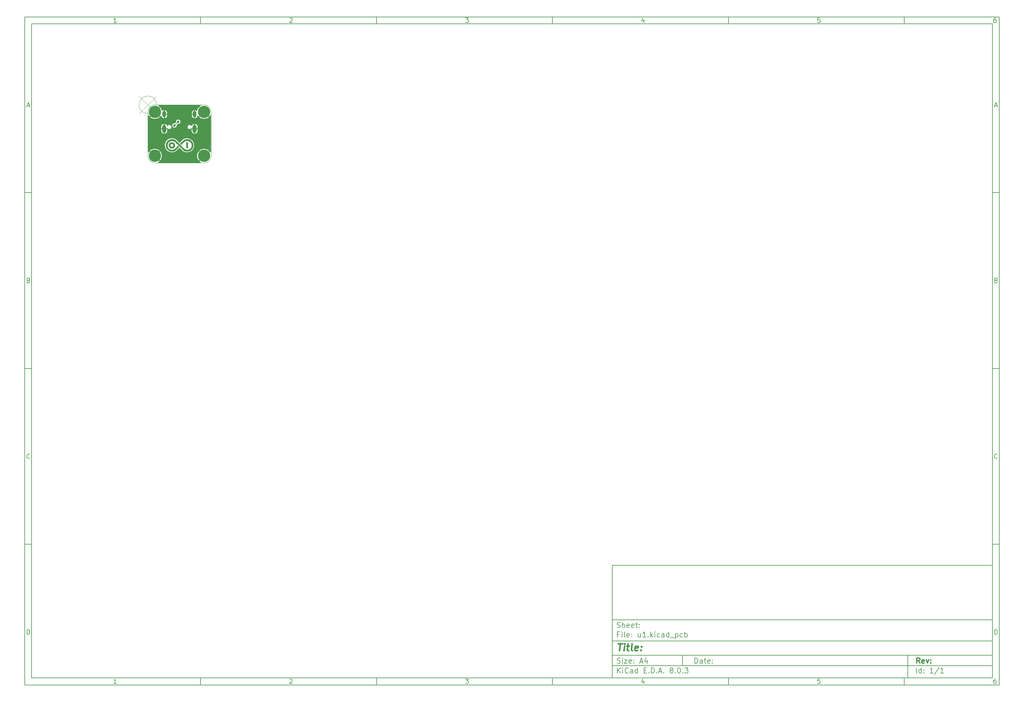
<source format=gbl>
%TF.GenerationSoftware,KiCad,Pcbnew,8.0.3*%
%TF.CreationDate,2024-08-04T17:04:02+08:00*%
%TF.ProjectId,u1,75312e6b-6963-4616-945f-706362585858,rev?*%
%TF.SameCoordinates,PX2aea540PY2160ec0*%
%TF.FileFunction,Copper,L2,Bot*%
%TF.FilePolarity,Positive*%
%FSLAX46Y46*%
G04 Gerber Fmt 4.6, Leading zero omitted, Abs format (unit mm)*
G04 Created by KiCad (PCBNEW 8.0.3) date 2024-08-04 17:04:02*
%MOMM*%
%LPD*%
G01*
G04 APERTURE LIST*
%ADD10C,0.100000*%
%ADD11C,0.150000*%
%ADD12C,0.300000*%
%ADD13C,0.400000*%
%TA.AperFunction,EtchedComponent*%
%ADD14C,0.000000*%
%TD*%
%TA.AperFunction,EtchedComponent*%
%ADD15C,0.010000*%
%TD*%
%TA.AperFunction,ComponentPad*%
%ADD16C,3.500000*%
%TD*%
%TA.AperFunction,ComponentPad*%
%ADD17O,1.200000X2.300000*%
%TD*%
%TA.AperFunction,ComponentPad*%
%ADD18O,1.100000X1.800000*%
%TD*%
%TA.AperFunction,ViaPad*%
%ADD19C,0.700000*%
%TD*%
%TA.AperFunction,Conductor*%
%ADD20C,0.200000*%
%TD*%
%TA.AperFunction,Profile*%
%ADD21C,0.050000*%
%TD*%
G04 APERTURE END LIST*
D10*
D11*
X132002200Y-131007200D02*
X240002200Y-131007200D01*
X240002200Y-163007200D01*
X132002200Y-163007200D01*
X132002200Y-131007200D01*
D10*
D11*
X-35000000Y25000000D02*
X242002200Y25000000D01*
X242002200Y-165007200D01*
X-35000000Y-165007200D01*
X-35000000Y25000000D01*
D10*
D11*
X-33000000Y23000000D02*
X240002200Y23000000D01*
X240002200Y-163007200D01*
X-33000000Y-163007200D01*
X-33000000Y23000000D01*
D10*
D11*
X15000000Y23000000D02*
X15000000Y25000000D01*
D10*
D11*
X65000000Y23000000D02*
X65000000Y25000000D01*
D10*
D11*
X115000000Y23000000D02*
X115000000Y25000000D01*
D10*
D11*
X165000000Y23000000D02*
X165000000Y25000000D01*
D10*
D11*
X215000000Y23000000D02*
X215000000Y25000000D01*
D10*
D11*
X-8910840Y23406396D02*
X-9653697Y23406396D01*
X-9282269Y23406396D02*
X-9282269Y24706396D01*
X-9282269Y24706396D02*
X-9406078Y24520681D01*
X-9406078Y24520681D02*
X-9529888Y24396872D01*
X-9529888Y24396872D02*
X-9653697Y24334967D01*
D10*
D11*
X40346303Y24582586D02*
X40408207Y24644491D01*
X40408207Y24644491D02*
X40532017Y24706396D01*
X40532017Y24706396D02*
X40841541Y24706396D01*
X40841541Y24706396D02*
X40965350Y24644491D01*
X40965350Y24644491D02*
X41027255Y24582586D01*
X41027255Y24582586D02*
X41089160Y24458777D01*
X41089160Y24458777D02*
X41089160Y24334967D01*
X41089160Y24334967D02*
X41027255Y24149253D01*
X41027255Y24149253D02*
X40284398Y23406396D01*
X40284398Y23406396D02*
X41089160Y23406396D01*
D10*
D11*
X90284398Y24706396D02*
X91089160Y24706396D01*
X91089160Y24706396D02*
X90655826Y24211158D01*
X90655826Y24211158D02*
X90841541Y24211158D01*
X90841541Y24211158D02*
X90965350Y24149253D01*
X90965350Y24149253D02*
X91027255Y24087348D01*
X91027255Y24087348D02*
X91089160Y23963539D01*
X91089160Y23963539D02*
X91089160Y23654015D01*
X91089160Y23654015D02*
X91027255Y23530205D01*
X91027255Y23530205D02*
X90965350Y23468300D01*
X90965350Y23468300D02*
X90841541Y23406396D01*
X90841541Y23406396D02*
X90470112Y23406396D01*
X90470112Y23406396D02*
X90346303Y23468300D01*
X90346303Y23468300D02*
X90284398Y23530205D01*
D10*
D11*
X140965350Y24273062D02*
X140965350Y23406396D01*
X140655826Y24768300D02*
X140346303Y23839729D01*
X140346303Y23839729D02*
X141151064Y23839729D01*
D10*
D11*
X191027255Y24706396D02*
X190408207Y24706396D01*
X190408207Y24706396D02*
X190346303Y24087348D01*
X190346303Y24087348D02*
X190408207Y24149253D01*
X190408207Y24149253D02*
X190532017Y24211158D01*
X190532017Y24211158D02*
X190841541Y24211158D01*
X190841541Y24211158D02*
X190965350Y24149253D01*
X190965350Y24149253D02*
X191027255Y24087348D01*
X191027255Y24087348D02*
X191089160Y23963539D01*
X191089160Y23963539D02*
X191089160Y23654015D01*
X191089160Y23654015D02*
X191027255Y23530205D01*
X191027255Y23530205D02*
X190965350Y23468300D01*
X190965350Y23468300D02*
X190841541Y23406396D01*
X190841541Y23406396D02*
X190532017Y23406396D01*
X190532017Y23406396D02*
X190408207Y23468300D01*
X190408207Y23468300D02*
X190346303Y23530205D01*
D10*
D11*
X240965350Y24706396D02*
X240717731Y24706396D01*
X240717731Y24706396D02*
X240593922Y24644491D01*
X240593922Y24644491D02*
X240532017Y24582586D01*
X240532017Y24582586D02*
X240408207Y24396872D01*
X240408207Y24396872D02*
X240346303Y24149253D01*
X240346303Y24149253D02*
X240346303Y23654015D01*
X240346303Y23654015D02*
X240408207Y23530205D01*
X240408207Y23530205D02*
X240470112Y23468300D01*
X240470112Y23468300D02*
X240593922Y23406396D01*
X240593922Y23406396D02*
X240841541Y23406396D01*
X240841541Y23406396D02*
X240965350Y23468300D01*
X240965350Y23468300D02*
X241027255Y23530205D01*
X241027255Y23530205D02*
X241089160Y23654015D01*
X241089160Y23654015D02*
X241089160Y23963539D01*
X241089160Y23963539D02*
X241027255Y24087348D01*
X241027255Y24087348D02*
X240965350Y24149253D01*
X240965350Y24149253D02*
X240841541Y24211158D01*
X240841541Y24211158D02*
X240593922Y24211158D01*
X240593922Y24211158D02*
X240470112Y24149253D01*
X240470112Y24149253D02*
X240408207Y24087348D01*
X240408207Y24087348D02*
X240346303Y23963539D01*
D10*
D11*
X15000000Y-163007200D02*
X15000000Y-165007200D01*
D10*
D11*
X65000000Y-163007200D02*
X65000000Y-165007200D01*
D10*
D11*
X115000000Y-163007200D02*
X115000000Y-165007200D01*
D10*
D11*
X165000000Y-163007200D02*
X165000000Y-165007200D01*
D10*
D11*
X215000000Y-163007200D02*
X215000000Y-165007200D01*
D10*
D11*
X-8910840Y-164600804D02*
X-9653697Y-164600804D01*
X-9282269Y-164600804D02*
X-9282269Y-163300804D01*
X-9282269Y-163300804D02*
X-9406078Y-163486519D01*
X-9406078Y-163486519D02*
X-9529888Y-163610328D01*
X-9529888Y-163610328D02*
X-9653697Y-163672233D01*
D10*
D11*
X40346303Y-163424614D02*
X40408207Y-163362709D01*
X40408207Y-163362709D02*
X40532017Y-163300804D01*
X40532017Y-163300804D02*
X40841541Y-163300804D01*
X40841541Y-163300804D02*
X40965350Y-163362709D01*
X40965350Y-163362709D02*
X41027255Y-163424614D01*
X41027255Y-163424614D02*
X41089160Y-163548423D01*
X41089160Y-163548423D02*
X41089160Y-163672233D01*
X41089160Y-163672233D02*
X41027255Y-163857947D01*
X41027255Y-163857947D02*
X40284398Y-164600804D01*
X40284398Y-164600804D02*
X41089160Y-164600804D01*
D10*
D11*
X90284398Y-163300804D02*
X91089160Y-163300804D01*
X91089160Y-163300804D02*
X90655826Y-163796042D01*
X90655826Y-163796042D02*
X90841541Y-163796042D01*
X90841541Y-163796042D02*
X90965350Y-163857947D01*
X90965350Y-163857947D02*
X91027255Y-163919852D01*
X91027255Y-163919852D02*
X91089160Y-164043661D01*
X91089160Y-164043661D02*
X91089160Y-164353185D01*
X91089160Y-164353185D02*
X91027255Y-164476995D01*
X91027255Y-164476995D02*
X90965350Y-164538900D01*
X90965350Y-164538900D02*
X90841541Y-164600804D01*
X90841541Y-164600804D02*
X90470112Y-164600804D01*
X90470112Y-164600804D02*
X90346303Y-164538900D01*
X90346303Y-164538900D02*
X90284398Y-164476995D01*
D10*
D11*
X140965350Y-163734138D02*
X140965350Y-164600804D01*
X140655826Y-163238900D02*
X140346303Y-164167471D01*
X140346303Y-164167471D02*
X141151064Y-164167471D01*
D10*
D11*
X191027255Y-163300804D02*
X190408207Y-163300804D01*
X190408207Y-163300804D02*
X190346303Y-163919852D01*
X190346303Y-163919852D02*
X190408207Y-163857947D01*
X190408207Y-163857947D02*
X190532017Y-163796042D01*
X190532017Y-163796042D02*
X190841541Y-163796042D01*
X190841541Y-163796042D02*
X190965350Y-163857947D01*
X190965350Y-163857947D02*
X191027255Y-163919852D01*
X191027255Y-163919852D02*
X191089160Y-164043661D01*
X191089160Y-164043661D02*
X191089160Y-164353185D01*
X191089160Y-164353185D02*
X191027255Y-164476995D01*
X191027255Y-164476995D02*
X190965350Y-164538900D01*
X190965350Y-164538900D02*
X190841541Y-164600804D01*
X190841541Y-164600804D02*
X190532017Y-164600804D01*
X190532017Y-164600804D02*
X190408207Y-164538900D01*
X190408207Y-164538900D02*
X190346303Y-164476995D01*
D10*
D11*
X240965350Y-163300804D02*
X240717731Y-163300804D01*
X240717731Y-163300804D02*
X240593922Y-163362709D01*
X240593922Y-163362709D02*
X240532017Y-163424614D01*
X240532017Y-163424614D02*
X240408207Y-163610328D01*
X240408207Y-163610328D02*
X240346303Y-163857947D01*
X240346303Y-163857947D02*
X240346303Y-164353185D01*
X240346303Y-164353185D02*
X240408207Y-164476995D01*
X240408207Y-164476995D02*
X240470112Y-164538900D01*
X240470112Y-164538900D02*
X240593922Y-164600804D01*
X240593922Y-164600804D02*
X240841541Y-164600804D01*
X240841541Y-164600804D02*
X240965350Y-164538900D01*
X240965350Y-164538900D02*
X241027255Y-164476995D01*
X241027255Y-164476995D02*
X241089160Y-164353185D01*
X241089160Y-164353185D02*
X241089160Y-164043661D01*
X241089160Y-164043661D02*
X241027255Y-163919852D01*
X241027255Y-163919852D02*
X240965350Y-163857947D01*
X240965350Y-163857947D02*
X240841541Y-163796042D01*
X240841541Y-163796042D02*
X240593922Y-163796042D01*
X240593922Y-163796042D02*
X240470112Y-163857947D01*
X240470112Y-163857947D02*
X240408207Y-163919852D01*
X240408207Y-163919852D02*
X240346303Y-164043661D01*
D10*
D11*
X-35000000Y-25000000D02*
X-33000000Y-25000000D01*
D10*
D11*
X-35000000Y-75000000D02*
X-33000000Y-75000000D01*
D10*
D11*
X-35000000Y-125000000D02*
X-33000000Y-125000000D01*
D10*
D11*
X-34309524Y-222176D02*
X-33690477Y-222176D01*
X-34433334Y-593604D02*
X-34000001Y706396D01*
X-34000001Y706396D02*
X-33566667Y-593604D01*
D10*
D11*
X-33907143Y-49912652D02*
X-33721429Y-49974557D01*
X-33721429Y-49974557D02*
X-33659524Y-50036461D01*
X-33659524Y-50036461D02*
X-33597620Y-50160271D01*
X-33597620Y-50160271D02*
X-33597620Y-50345985D01*
X-33597620Y-50345985D02*
X-33659524Y-50469795D01*
X-33659524Y-50469795D02*
X-33721429Y-50531700D01*
X-33721429Y-50531700D02*
X-33845239Y-50593604D01*
X-33845239Y-50593604D02*
X-34340477Y-50593604D01*
X-34340477Y-50593604D02*
X-34340477Y-49293604D01*
X-34340477Y-49293604D02*
X-33907143Y-49293604D01*
X-33907143Y-49293604D02*
X-33783334Y-49355509D01*
X-33783334Y-49355509D02*
X-33721429Y-49417414D01*
X-33721429Y-49417414D02*
X-33659524Y-49541223D01*
X-33659524Y-49541223D02*
X-33659524Y-49665033D01*
X-33659524Y-49665033D02*
X-33721429Y-49788842D01*
X-33721429Y-49788842D02*
X-33783334Y-49850747D01*
X-33783334Y-49850747D02*
X-33907143Y-49912652D01*
X-33907143Y-49912652D02*
X-34340477Y-49912652D01*
D10*
D11*
X-33597620Y-100469795D02*
X-33659524Y-100531700D01*
X-33659524Y-100531700D02*
X-33845239Y-100593604D01*
X-33845239Y-100593604D02*
X-33969048Y-100593604D01*
X-33969048Y-100593604D02*
X-34154762Y-100531700D01*
X-34154762Y-100531700D02*
X-34278572Y-100407890D01*
X-34278572Y-100407890D02*
X-34340477Y-100284080D01*
X-34340477Y-100284080D02*
X-34402381Y-100036461D01*
X-34402381Y-100036461D02*
X-34402381Y-99850747D01*
X-34402381Y-99850747D02*
X-34340477Y-99603128D01*
X-34340477Y-99603128D02*
X-34278572Y-99479319D01*
X-34278572Y-99479319D02*
X-34154762Y-99355509D01*
X-34154762Y-99355509D02*
X-33969048Y-99293604D01*
X-33969048Y-99293604D02*
X-33845239Y-99293604D01*
X-33845239Y-99293604D02*
X-33659524Y-99355509D01*
X-33659524Y-99355509D02*
X-33597620Y-99417414D01*
D10*
D11*
X-34340477Y-150593604D02*
X-34340477Y-149293604D01*
X-34340477Y-149293604D02*
X-34030953Y-149293604D01*
X-34030953Y-149293604D02*
X-33845239Y-149355509D01*
X-33845239Y-149355509D02*
X-33721429Y-149479319D01*
X-33721429Y-149479319D02*
X-33659524Y-149603128D01*
X-33659524Y-149603128D02*
X-33597620Y-149850747D01*
X-33597620Y-149850747D02*
X-33597620Y-150036461D01*
X-33597620Y-150036461D02*
X-33659524Y-150284080D01*
X-33659524Y-150284080D02*
X-33721429Y-150407890D01*
X-33721429Y-150407890D02*
X-33845239Y-150531700D01*
X-33845239Y-150531700D02*
X-34030953Y-150593604D01*
X-34030953Y-150593604D02*
X-34340477Y-150593604D01*
D10*
D11*
X242002200Y-25000000D02*
X240002200Y-25000000D01*
D10*
D11*
X242002200Y-75000000D02*
X240002200Y-75000000D01*
D10*
D11*
X242002200Y-125000000D02*
X240002200Y-125000000D01*
D10*
D11*
X240692676Y-222176D02*
X241311723Y-222176D01*
X240568866Y-593604D02*
X241002199Y706396D01*
X241002199Y706396D02*
X241435533Y-593604D01*
D10*
D11*
X241095057Y-49912652D02*
X241280771Y-49974557D01*
X241280771Y-49974557D02*
X241342676Y-50036461D01*
X241342676Y-50036461D02*
X241404580Y-50160271D01*
X241404580Y-50160271D02*
X241404580Y-50345985D01*
X241404580Y-50345985D02*
X241342676Y-50469795D01*
X241342676Y-50469795D02*
X241280771Y-50531700D01*
X241280771Y-50531700D02*
X241156961Y-50593604D01*
X241156961Y-50593604D02*
X240661723Y-50593604D01*
X240661723Y-50593604D02*
X240661723Y-49293604D01*
X240661723Y-49293604D02*
X241095057Y-49293604D01*
X241095057Y-49293604D02*
X241218866Y-49355509D01*
X241218866Y-49355509D02*
X241280771Y-49417414D01*
X241280771Y-49417414D02*
X241342676Y-49541223D01*
X241342676Y-49541223D02*
X241342676Y-49665033D01*
X241342676Y-49665033D02*
X241280771Y-49788842D01*
X241280771Y-49788842D02*
X241218866Y-49850747D01*
X241218866Y-49850747D02*
X241095057Y-49912652D01*
X241095057Y-49912652D02*
X240661723Y-49912652D01*
D10*
D11*
X241404580Y-100469795D02*
X241342676Y-100531700D01*
X241342676Y-100531700D02*
X241156961Y-100593604D01*
X241156961Y-100593604D02*
X241033152Y-100593604D01*
X241033152Y-100593604D02*
X240847438Y-100531700D01*
X240847438Y-100531700D02*
X240723628Y-100407890D01*
X240723628Y-100407890D02*
X240661723Y-100284080D01*
X240661723Y-100284080D02*
X240599819Y-100036461D01*
X240599819Y-100036461D02*
X240599819Y-99850747D01*
X240599819Y-99850747D02*
X240661723Y-99603128D01*
X240661723Y-99603128D02*
X240723628Y-99479319D01*
X240723628Y-99479319D02*
X240847438Y-99355509D01*
X240847438Y-99355509D02*
X241033152Y-99293604D01*
X241033152Y-99293604D02*
X241156961Y-99293604D01*
X241156961Y-99293604D02*
X241342676Y-99355509D01*
X241342676Y-99355509D02*
X241404580Y-99417414D01*
D10*
D11*
X240661723Y-150593604D02*
X240661723Y-149293604D01*
X240661723Y-149293604D02*
X240971247Y-149293604D01*
X240971247Y-149293604D02*
X241156961Y-149355509D01*
X241156961Y-149355509D02*
X241280771Y-149479319D01*
X241280771Y-149479319D02*
X241342676Y-149603128D01*
X241342676Y-149603128D02*
X241404580Y-149850747D01*
X241404580Y-149850747D02*
X241404580Y-150036461D01*
X241404580Y-150036461D02*
X241342676Y-150284080D01*
X241342676Y-150284080D02*
X241280771Y-150407890D01*
X241280771Y-150407890D02*
X241156961Y-150531700D01*
X241156961Y-150531700D02*
X240971247Y-150593604D01*
X240971247Y-150593604D02*
X240661723Y-150593604D01*
D10*
D11*
X155458026Y-158793328D02*
X155458026Y-157293328D01*
X155458026Y-157293328D02*
X155815169Y-157293328D01*
X155815169Y-157293328D02*
X156029455Y-157364757D01*
X156029455Y-157364757D02*
X156172312Y-157507614D01*
X156172312Y-157507614D02*
X156243741Y-157650471D01*
X156243741Y-157650471D02*
X156315169Y-157936185D01*
X156315169Y-157936185D02*
X156315169Y-158150471D01*
X156315169Y-158150471D02*
X156243741Y-158436185D01*
X156243741Y-158436185D02*
X156172312Y-158579042D01*
X156172312Y-158579042D02*
X156029455Y-158721900D01*
X156029455Y-158721900D02*
X155815169Y-158793328D01*
X155815169Y-158793328D02*
X155458026Y-158793328D01*
X157600884Y-158793328D02*
X157600884Y-158007614D01*
X157600884Y-158007614D02*
X157529455Y-157864757D01*
X157529455Y-157864757D02*
X157386598Y-157793328D01*
X157386598Y-157793328D02*
X157100884Y-157793328D01*
X157100884Y-157793328D02*
X156958026Y-157864757D01*
X157600884Y-158721900D02*
X157458026Y-158793328D01*
X157458026Y-158793328D02*
X157100884Y-158793328D01*
X157100884Y-158793328D02*
X156958026Y-158721900D01*
X156958026Y-158721900D02*
X156886598Y-158579042D01*
X156886598Y-158579042D02*
X156886598Y-158436185D01*
X156886598Y-158436185D02*
X156958026Y-158293328D01*
X156958026Y-158293328D02*
X157100884Y-158221900D01*
X157100884Y-158221900D02*
X157458026Y-158221900D01*
X157458026Y-158221900D02*
X157600884Y-158150471D01*
X158100884Y-157793328D02*
X158672312Y-157793328D01*
X158315169Y-157293328D02*
X158315169Y-158579042D01*
X158315169Y-158579042D02*
X158386598Y-158721900D01*
X158386598Y-158721900D02*
X158529455Y-158793328D01*
X158529455Y-158793328D02*
X158672312Y-158793328D01*
X159743741Y-158721900D02*
X159600884Y-158793328D01*
X159600884Y-158793328D02*
X159315170Y-158793328D01*
X159315170Y-158793328D02*
X159172312Y-158721900D01*
X159172312Y-158721900D02*
X159100884Y-158579042D01*
X159100884Y-158579042D02*
X159100884Y-158007614D01*
X159100884Y-158007614D02*
X159172312Y-157864757D01*
X159172312Y-157864757D02*
X159315170Y-157793328D01*
X159315170Y-157793328D02*
X159600884Y-157793328D01*
X159600884Y-157793328D02*
X159743741Y-157864757D01*
X159743741Y-157864757D02*
X159815170Y-158007614D01*
X159815170Y-158007614D02*
X159815170Y-158150471D01*
X159815170Y-158150471D02*
X159100884Y-158293328D01*
X160458026Y-158650471D02*
X160529455Y-158721900D01*
X160529455Y-158721900D02*
X160458026Y-158793328D01*
X160458026Y-158793328D02*
X160386598Y-158721900D01*
X160386598Y-158721900D02*
X160458026Y-158650471D01*
X160458026Y-158650471D02*
X160458026Y-158793328D01*
X160458026Y-157864757D02*
X160529455Y-157936185D01*
X160529455Y-157936185D02*
X160458026Y-158007614D01*
X160458026Y-158007614D02*
X160386598Y-157936185D01*
X160386598Y-157936185D02*
X160458026Y-157864757D01*
X160458026Y-157864757D02*
X160458026Y-158007614D01*
D10*
D11*
X132002200Y-159507200D02*
X240002200Y-159507200D01*
D10*
D11*
X133458026Y-161593328D02*
X133458026Y-160093328D01*
X134315169Y-161593328D02*
X133672312Y-160736185D01*
X134315169Y-160093328D02*
X133458026Y-160950471D01*
X134958026Y-161593328D02*
X134958026Y-160593328D01*
X134958026Y-160093328D02*
X134886598Y-160164757D01*
X134886598Y-160164757D02*
X134958026Y-160236185D01*
X134958026Y-160236185D02*
X135029455Y-160164757D01*
X135029455Y-160164757D02*
X134958026Y-160093328D01*
X134958026Y-160093328D02*
X134958026Y-160236185D01*
X136529455Y-161450471D02*
X136458027Y-161521900D01*
X136458027Y-161521900D02*
X136243741Y-161593328D01*
X136243741Y-161593328D02*
X136100884Y-161593328D01*
X136100884Y-161593328D02*
X135886598Y-161521900D01*
X135886598Y-161521900D02*
X135743741Y-161379042D01*
X135743741Y-161379042D02*
X135672312Y-161236185D01*
X135672312Y-161236185D02*
X135600884Y-160950471D01*
X135600884Y-160950471D02*
X135600884Y-160736185D01*
X135600884Y-160736185D02*
X135672312Y-160450471D01*
X135672312Y-160450471D02*
X135743741Y-160307614D01*
X135743741Y-160307614D02*
X135886598Y-160164757D01*
X135886598Y-160164757D02*
X136100884Y-160093328D01*
X136100884Y-160093328D02*
X136243741Y-160093328D01*
X136243741Y-160093328D02*
X136458027Y-160164757D01*
X136458027Y-160164757D02*
X136529455Y-160236185D01*
X137815170Y-161593328D02*
X137815170Y-160807614D01*
X137815170Y-160807614D02*
X137743741Y-160664757D01*
X137743741Y-160664757D02*
X137600884Y-160593328D01*
X137600884Y-160593328D02*
X137315170Y-160593328D01*
X137315170Y-160593328D02*
X137172312Y-160664757D01*
X137815170Y-161521900D02*
X137672312Y-161593328D01*
X137672312Y-161593328D02*
X137315170Y-161593328D01*
X137315170Y-161593328D02*
X137172312Y-161521900D01*
X137172312Y-161521900D02*
X137100884Y-161379042D01*
X137100884Y-161379042D02*
X137100884Y-161236185D01*
X137100884Y-161236185D02*
X137172312Y-161093328D01*
X137172312Y-161093328D02*
X137315170Y-161021900D01*
X137315170Y-161021900D02*
X137672312Y-161021900D01*
X137672312Y-161021900D02*
X137815170Y-160950471D01*
X139172313Y-161593328D02*
X139172313Y-160093328D01*
X139172313Y-161521900D02*
X139029455Y-161593328D01*
X139029455Y-161593328D02*
X138743741Y-161593328D01*
X138743741Y-161593328D02*
X138600884Y-161521900D01*
X138600884Y-161521900D02*
X138529455Y-161450471D01*
X138529455Y-161450471D02*
X138458027Y-161307614D01*
X138458027Y-161307614D02*
X138458027Y-160879042D01*
X138458027Y-160879042D02*
X138529455Y-160736185D01*
X138529455Y-160736185D02*
X138600884Y-160664757D01*
X138600884Y-160664757D02*
X138743741Y-160593328D01*
X138743741Y-160593328D02*
X139029455Y-160593328D01*
X139029455Y-160593328D02*
X139172313Y-160664757D01*
X141029455Y-160807614D02*
X141529455Y-160807614D01*
X141743741Y-161593328D02*
X141029455Y-161593328D01*
X141029455Y-161593328D02*
X141029455Y-160093328D01*
X141029455Y-160093328D02*
X141743741Y-160093328D01*
X142386598Y-161450471D02*
X142458027Y-161521900D01*
X142458027Y-161521900D02*
X142386598Y-161593328D01*
X142386598Y-161593328D02*
X142315170Y-161521900D01*
X142315170Y-161521900D02*
X142386598Y-161450471D01*
X142386598Y-161450471D02*
X142386598Y-161593328D01*
X143100884Y-161593328D02*
X143100884Y-160093328D01*
X143100884Y-160093328D02*
X143458027Y-160093328D01*
X143458027Y-160093328D02*
X143672313Y-160164757D01*
X143672313Y-160164757D02*
X143815170Y-160307614D01*
X143815170Y-160307614D02*
X143886599Y-160450471D01*
X143886599Y-160450471D02*
X143958027Y-160736185D01*
X143958027Y-160736185D02*
X143958027Y-160950471D01*
X143958027Y-160950471D02*
X143886599Y-161236185D01*
X143886599Y-161236185D02*
X143815170Y-161379042D01*
X143815170Y-161379042D02*
X143672313Y-161521900D01*
X143672313Y-161521900D02*
X143458027Y-161593328D01*
X143458027Y-161593328D02*
X143100884Y-161593328D01*
X144600884Y-161450471D02*
X144672313Y-161521900D01*
X144672313Y-161521900D02*
X144600884Y-161593328D01*
X144600884Y-161593328D02*
X144529456Y-161521900D01*
X144529456Y-161521900D02*
X144600884Y-161450471D01*
X144600884Y-161450471D02*
X144600884Y-161593328D01*
X145243742Y-161164757D02*
X145958028Y-161164757D01*
X145100885Y-161593328D02*
X145600885Y-160093328D01*
X145600885Y-160093328D02*
X146100885Y-161593328D01*
X146600884Y-161450471D02*
X146672313Y-161521900D01*
X146672313Y-161521900D02*
X146600884Y-161593328D01*
X146600884Y-161593328D02*
X146529456Y-161521900D01*
X146529456Y-161521900D02*
X146600884Y-161450471D01*
X146600884Y-161450471D02*
X146600884Y-161593328D01*
X148672313Y-160736185D02*
X148529456Y-160664757D01*
X148529456Y-160664757D02*
X148458027Y-160593328D01*
X148458027Y-160593328D02*
X148386599Y-160450471D01*
X148386599Y-160450471D02*
X148386599Y-160379042D01*
X148386599Y-160379042D02*
X148458027Y-160236185D01*
X148458027Y-160236185D02*
X148529456Y-160164757D01*
X148529456Y-160164757D02*
X148672313Y-160093328D01*
X148672313Y-160093328D02*
X148958027Y-160093328D01*
X148958027Y-160093328D02*
X149100885Y-160164757D01*
X149100885Y-160164757D02*
X149172313Y-160236185D01*
X149172313Y-160236185D02*
X149243742Y-160379042D01*
X149243742Y-160379042D02*
X149243742Y-160450471D01*
X149243742Y-160450471D02*
X149172313Y-160593328D01*
X149172313Y-160593328D02*
X149100885Y-160664757D01*
X149100885Y-160664757D02*
X148958027Y-160736185D01*
X148958027Y-160736185D02*
X148672313Y-160736185D01*
X148672313Y-160736185D02*
X148529456Y-160807614D01*
X148529456Y-160807614D02*
X148458027Y-160879042D01*
X148458027Y-160879042D02*
X148386599Y-161021900D01*
X148386599Y-161021900D02*
X148386599Y-161307614D01*
X148386599Y-161307614D02*
X148458027Y-161450471D01*
X148458027Y-161450471D02*
X148529456Y-161521900D01*
X148529456Y-161521900D02*
X148672313Y-161593328D01*
X148672313Y-161593328D02*
X148958027Y-161593328D01*
X148958027Y-161593328D02*
X149100885Y-161521900D01*
X149100885Y-161521900D02*
X149172313Y-161450471D01*
X149172313Y-161450471D02*
X149243742Y-161307614D01*
X149243742Y-161307614D02*
X149243742Y-161021900D01*
X149243742Y-161021900D02*
X149172313Y-160879042D01*
X149172313Y-160879042D02*
X149100885Y-160807614D01*
X149100885Y-160807614D02*
X148958027Y-160736185D01*
X149886598Y-161450471D02*
X149958027Y-161521900D01*
X149958027Y-161521900D02*
X149886598Y-161593328D01*
X149886598Y-161593328D02*
X149815170Y-161521900D01*
X149815170Y-161521900D02*
X149886598Y-161450471D01*
X149886598Y-161450471D02*
X149886598Y-161593328D01*
X150886599Y-160093328D02*
X151029456Y-160093328D01*
X151029456Y-160093328D02*
X151172313Y-160164757D01*
X151172313Y-160164757D02*
X151243742Y-160236185D01*
X151243742Y-160236185D02*
X151315170Y-160379042D01*
X151315170Y-160379042D02*
X151386599Y-160664757D01*
X151386599Y-160664757D02*
X151386599Y-161021900D01*
X151386599Y-161021900D02*
X151315170Y-161307614D01*
X151315170Y-161307614D02*
X151243742Y-161450471D01*
X151243742Y-161450471D02*
X151172313Y-161521900D01*
X151172313Y-161521900D02*
X151029456Y-161593328D01*
X151029456Y-161593328D02*
X150886599Y-161593328D01*
X150886599Y-161593328D02*
X150743742Y-161521900D01*
X150743742Y-161521900D02*
X150672313Y-161450471D01*
X150672313Y-161450471D02*
X150600884Y-161307614D01*
X150600884Y-161307614D02*
X150529456Y-161021900D01*
X150529456Y-161021900D02*
X150529456Y-160664757D01*
X150529456Y-160664757D02*
X150600884Y-160379042D01*
X150600884Y-160379042D02*
X150672313Y-160236185D01*
X150672313Y-160236185D02*
X150743742Y-160164757D01*
X150743742Y-160164757D02*
X150886599Y-160093328D01*
X152029455Y-161450471D02*
X152100884Y-161521900D01*
X152100884Y-161521900D02*
X152029455Y-161593328D01*
X152029455Y-161593328D02*
X151958027Y-161521900D01*
X151958027Y-161521900D02*
X152029455Y-161450471D01*
X152029455Y-161450471D02*
X152029455Y-161593328D01*
X152600884Y-160093328D02*
X153529456Y-160093328D01*
X153529456Y-160093328D02*
X153029456Y-160664757D01*
X153029456Y-160664757D02*
X153243741Y-160664757D01*
X153243741Y-160664757D02*
X153386599Y-160736185D01*
X153386599Y-160736185D02*
X153458027Y-160807614D01*
X153458027Y-160807614D02*
X153529456Y-160950471D01*
X153529456Y-160950471D02*
X153529456Y-161307614D01*
X153529456Y-161307614D02*
X153458027Y-161450471D01*
X153458027Y-161450471D02*
X153386599Y-161521900D01*
X153386599Y-161521900D02*
X153243741Y-161593328D01*
X153243741Y-161593328D02*
X152815170Y-161593328D01*
X152815170Y-161593328D02*
X152672313Y-161521900D01*
X152672313Y-161521900D02*
X152600884Y-161450471D01*
D10*
D11*
X132002200Y-156507200D02*
X240002200Y-156507200D01*
D10*
D12*
X219413853Y-158785528D02*
X218913853Y-158071242D01*
X218556710Y-158785528D02*
X218556710Y-157285528D01*
X218556710Y-157285528D02*
X219128139Y-157285528D01*
X219128139Y-157285528D02*
X219270996Y-157356957D01*
X219270996Y-157356957D02*
X219342425Y-157428385D01*
X219342425Y-157428385D02*
X219413853Y-157571242D01*
X219413853Y-157571242D02*
X219413853Y-157785528D01*
X219413853Y-157785528D02*
X219342425Y-157928385D01*
X219342425Y-157928385D02*
X219270996Y-157999814D01*
X219270996Y-157999814D02*
X219128139Y-158071242D01*
X219128139Y-158071242D02*
X218556710Y-158071242D01*
X220628139Y-158714100D02*
X220485282Y-158785528D01*
X220485282Y-158785528D02*
X220199568Y-158785528D01*
X220199568Y-158785528D02*
X220056710Y-158714100D01*
X220056710Y-158714100D02*
X219985282Y-158571242D01*
X219985282Y-158571242D02*
X219985282Y-157999814D01*
X219985282Y-157999814D02*
X220056710Y-157856957D01*
X220056710Y-157856957D02*
X220199568Y-157785528D01*
X220199568Y-157785528D02*
X220485282Y-157785528D01*
X220485282Y-157785528D02*
X220628139Y-157856957D01*
X220628139Y-157856957D02*
X220699568Y-157999814D01*
X220699568Y-157999814D02*
X220699568Y-158142671D01*
X220699568Y-158142671D02*
X219985282Y-158285528D01*
X221199567Y-157785528D02*
X221556710Y-158785528D01*
X221556710Y-158785528D02*
X221913853Y-157785528D01*
X222485281Y-158642671D02*
X222556710Y-158714100D01*
X222556710Y-158714100D02*
X222485281Y-158785528D01*
X222485281Y-158785528D02*
X222413853Y-158714100D01*
X222413853Y-158714100D02*
X222485281Y-158642671D01*
X222485281Y-158642671D02*
X222485281Y-158785528D01*
X222485281Y-157856957D02*
X222556710Y-157928385D01*
X222556710Y-157928385D02*
X222485281Y-157999814D01*
X222485281Y-157999814D02*
X222413853Y-157928385D01*
X222413853Y-157928385D02*
X222485281Y-157856957D01*
X222485281Y-157856957D02*
X222485281Y-157999814D01*
D10*
D11*
X133386598Y-158721900D02*
X133600884Y-158793328D01*
X133600884Y-158793328D02*
X133958026Y-158793328D01*
X133958026Y-158793328D02*
X134100884Y-158721900D01*
X134100884Y-158721900D02*
X134172312Y-158650471D01*
X134172312Y-158650471D02*
X134243741Y-158507614D01*
X134243741Y-158507614D02*
X134243741Y-158364757D01*
X134243741Y-158364757D02*
X134172312Y-158221900D01*
X134172312Y-158221900D02*
X134100884Y-158150471D01*
X134100884Y-158150471D02*
X133958026Y-158079042D01*
X133958026Y-158079042D02*
X133672312Y-158007614D01*
X133672312Y-158007614D02*
X133529455Y-157936185D01*
X133529455Y-157936185D02*
X133458026Y-157864757D01*
X133458026Y-157864757D02*
X133386598Y-157721900D01*
X133386598Y-157721900D02*
X133386598Y-157579042D01*
X133386598Y-157579042D02*
X133458026Y-157436185D01*
X133458026Y-157436185D02*
X133529455Y-157364757D01*
X133529455Y-157364757D02*
X133672312Y-157293328D01*
X133672312Y-157293328D02*
X134029455Y-157293328D01*
X134029455Y-157293328D02*
X134243741Y-157364757D01*
X134886597Y-158793328D02*
X134886597Y-157793328D01*
X134886597Y-157293328D02*
X134815169Y-157364757D01*
X134815169Y-157364757D02*
X134886597Y-157436185D01*
X134886597Y-157436185D02*
X134958026Y-157364757D01*
X134958026Y-157364757D02*
X134886597Y-157293328D01*
X134886597Y-157293328D02*
X134886597Y-157436185D01*
X135458026Y-157793328D02*
X136243741Y-157793328D01*
X136243741Y-157793328D02*
X135458026Y-158793328D01*
X135458026Y-158793328D02*
X136243741Y-158793328D01*
X137386598Y-158721900D02*
X137243741Y-158793328D01*
X137243741Y-158793328D02*
X136958027Y-158793328D01*
X136958027Y-158793328D02*
X136815169Y-158721900D01*
X136815169Y-158721900D02*
X136743741Y-158579042D01*
X136743741Y-158579042D02*
X136743741Y-158007614D01*
X136743741Y-158007614D02*
X136815169Y-157864757D01*
X136815169Y-157864757D02*
X136958027Y-157793328D01*
X136958027Y-157793328D02*
X137243741Y-157793328D01*
X137243741Y-157793328D02*
X137386598Y-157864757D01*
X137386598Y-157864757D02*
X137458027Y-158007614D01*
X137458027Y-158007614D02*
X137458027Y-158150471D01*
X137458027Y-158150471D02*
X136743741Y-158293328D01*
X138100883Y-158650471D02*
X138172312Y-158721900D01*
X138172312Y-158721900D02*
X138100883Y-158793328D01*
X138100883Y-158793328D02*
X138029455Y-158721900D01*
X138029455Y-158721900D02*
X138100883Y-158650471D01*
X138100883Y-158650471D02*
X138100883Y-158793328D01*
X138100883Y-157864757D02*
X138172312Y-157936185D01*
X138172312Y-157936185D02*
X138100883Y-158007614D01*
X138100883Y-158007614D02*
X138029455Y-157936185D01*
X138029455Y-157936185D02*
X138100883Y-157864757D01*
X138100883Y-157864757D02*
X138100883Y-158007614D01*
X139886598Y-158364757D02*
X140600884Y-158364757D01*
X139743741Y-158793328D02*
X140243741Y-157293328D01*
X140243741Y-157293328D02*
X140743741Y-158793328D01*
X141886598Y-157793328D02*
X141886598Y-158793328D01*
X141529455Y-157221900D02*
X141172312Y-158293328D01*
X141172312Y-158293328D02*
X142100883Y-158293328D01*
D10*
D11*
X218458026Y-161593328D02*
X218458026Y-160093328D01*
X219815170Y-161593328D02*
X219815170Y-160093328D01*
X219815170Y-161521900D02*
X219672312Y-161593328D01*
X219672312Y-161593328D02*
X219386598Y-161593328D01*
X219386598Y-161593328D02*
X219243741Y-161521900D01*
X219243741Y-161521900D02*
X219172312Y-161450471D01*
X219172312Y-161450471D02*
X219100884Y-161307614D01*
X219100884Y-161307614D02*
X219100884Y-160879042D01*
X219100884Y-160879042D02*
X219172312Y-160736185D01*
X219172312Y-160736185D02*
X219243741Y-160664757D01*
X219243741Y-160664757D02*
X219386598Y-160593328D01*
X219386598Y-160593328D02*
X219672312Y-160593328D01*
X219672312Y-160593328D02*
X219815170Y-160664757D01*
X220529455Y-161450471D02*
X220600884Y-161521900D01*
X220600884Y-161521900D02*
X220529455Y-161593328D01*
X220529455Y-161593328D02*
X220458027Y-161521900D01*
X220458027Y-161521900D02*
X220529455Y-161450471D01*
X220529455Y-161450471D02*
X220529455Y-161593328D01*
X220529455Y-160664757D02*
X220600884Y-160736185D01*
X220600884Y-160736185D02*
X220529455Y-160807614D01*
X220529455Y-160807614D02*
X220458027Y-160736185D01*
X220458027Y-160736185D02*
X220529455Y-160664757D01*
X220529455Y-160664757D02*
X220529455Y-160807614D01*
X223172313Y-161593328D02*
X222315170Y-161593328D01*
X222743741Y-161593328D02*
X222743741Y-160093328D01*
X222743741Y-160093328D02*
X222600884Y-160307614D01*
X222600884Y-160307614D02*
X222458027Y-160450471D01*
X222458027Y-160450471D02*
X222315170Y-160521900D01*
X224886598Y-160021900D02*
X223600884Y-161950471D01*
X226172313Y-161593328D02*
X225315170Y-161593328D01*
X225743741Y-161593328D02*
X225743741Y-160093328D01*
X225743741Y-160093328D02*
X225600884Y-160307614D01*
X225600884Y-160307614D02*
X225458027Y-160450471D01*
X225458027Y-160450471D02*
X225315170Y-160521900D01*
D10*
D11*
X132002200Y-152507200D02*
X240002200Y-152507200D01*
D10*
D13*
X133693928Y-153211638D02*
X134836785Y-153211638D01*
X134015357Y-155211638D02*
X134265357Y-153211638D01*
X135253452Y-155211638D02*
X135420119Y-153878304D01*
X135503452Y-153211638D02*
X135396309Y-153306876D01*
X135396309Y-153306876D02*
X135479643Y-153402114D01*
X135479643Y-153402114D02*
X135586786Y-153306876D01*
X135586786Y-153306876D02*
X135503452Y-153211638D01*
X135503452Y-153211638D02*
X135479643Y-153402114D01*
X136086786Y-153878304D02*
X136848690Y-153878304D01*
X136455833Y-153211638D02*
X136241548Y-154925923D01*
X136241548Y-154925923D02*
X136312976Y-155116400D01*
X136312976Y-155116400D02*
X136491548Y-155211638D01*
X136491548Y-155211638D02*
X136682024Y-155211638D01*
X137634405Y-155211638D02*
X137455833Y-155116400D01*
X137455833Y-155116400D02*
X137384405Y-154925923D01*
X137384405Y-154925923D02*
X137598690Y-153211638D01*
X139170119Y-155116400D02*
X138967738Y-155211638D01*
X138967738Y-155211638D02*
X138586785Y-155211638D01*
X138586785Y-155211638D02*
X138408214Y-155116400D01*
X138408214Y-155116400D02*
X138336785Y-154925923D01*
X138336785Y-154925923D02*
X138432024Y-154164019D01*
X138432024Y-154164019D02*
X138551071Y-153973542D01*
X138551071Y-153973542D02*
X138753452Y-153878304D01*
X138753452Y-153878304D02*
X139134404Y-153878304D01*
X139134404Y-153878304D02*
X139312976Y-153973542D01*
X139312976Y-153973542D02*
X139384404Y-154164019D01*
X139384404Y-154164019D02*
X139360595Y-154354495D01*
X139360595Y-154354495D02*
X138384404Y-154544971D01*
X140134405Y-155021161D02*
X140217738Y-155116400D01*
X140217738Y-155116400D02*
X140110595Y-155211638D01*
X140110595Y-155211638D02*
X140027262Y-155116400D01*
X140027262Y-155116400D02*
X140134405Y-155021161D01*
X140134405Y-155021161D02*
X140110595Y-155211638D01*
X140265357Y-153973542D02*
X140348690Y-154068780D01*
X140348690Y-154068780D02*
X140241548Y-154164019D01*
X140241548Y-154164019D02*
X140158214Y-154068780D01*
X140158214Y-154068780D02*
X140265357Y-153973542D01*
X140265357Y-153973542D02*
X140241548Y-154164019D01*
D10*
D11*
X133958026Y-150607614D02*
X133458026Y-150607614D01*
X133458026Y-151393328D02*
X133458026Y-149893328D01*
X133458026Y-149893328D02*
X134172312Y-149893328D01*
X134743740Y-151393328D02*
X134743740Y-150393328D01*
X134743740Y-149893328D02*
X134672312Y-149964757D01*
X134672312Y-149964757D02*
X134743740Y-150036185D01*
X134743740Y-150036185D02*
X134815169Y-149964757D01*
X134815169Y-149964757D02*
X134743740Y-149893328D01*
X134743740Y-149893328D02*
X134743740Y-150036185D01*
X135672312Y-151393328D02*
X135529455Y-151321900D01*
X135529455Y-151321900D02*
X135458026Y-151179042D01*
X135458026Y-151179042D02*
X135458026Y-149893328D01*
X136815169Y-151321900D02*
X136672312Y-151393328D01*
X136672312Y-151393328D02*
X136386598Y-151393328D01*
X136386598Y-151393328D02*
X136243740Y-151321900D01*
X136243740Y-151321900D02*
X136172312Y-151179042D01*
X136172312Y-151179042D02*
X136172312Y-150607614D01*
X136172312Y-150607614D02*
X136243740Y-150464757D01*
X136243740Y-150464757D02*
X136386598Y-150393328D01*
X136386598Y-150393328D02*
X136672312Y-150393328D01*
X136672312Y-150393328D02*
X136815169Y-150464757D01*
X136815169Y-150464757D02*
X136886598Y-150607614D01*
X136886598Y-150607614D02*
X136886598Y-150750471D01*
X136886598Y-150750471D02*
X136172312Y-150893328D01*
X137529454Y-151250471D02*
X137600883Y-151321900D01*
X137600883Y-151321900D02*
X137529454Y-151393328D01*
X137529454Y-151393328D02*
X137458026Y-151321900D01*
X137458026Y-151321900D02*
X137529454Y-151250471D01*
X137529454Y-151250471D02*
X137529454Y-151393328D01*
X137529454Y-150464757D02*
X137600883Y-150536185D01*
X137600883Y-150536185D02*
X137529454Y-150607614D01*
X137529454Y-150607614D02*
X137458026Y-150536185D01*
X137458026Y-150536185D02*
X137529454Y-150464757D01*
X137529454Y-150464757D02*
X137529454Y-150607614D01*
X140029455Y-150393328D02*
X140029455Y-151393328D01*
X139386597Y-150393328D02*
X139386597Y-151179042D01*
X139386597Y-151179042D02*
X139458026Y-151321900D01*
X139458026Y-151321900D02*
X139600883Y-151393328D01*
X139600883Y-151393328D02*
X139815169Y-151393328D01*
X139815169Y-151393328D02*
X139958026Y-151321900D01*
X139958026Y-151321900D02*
X140029455Y-151250471D01*
X141529455Y-151393328D02*
X140672312Y-151393328D01*
X141100883Y-151393328D02*
X141100883Y-149893328D01*
X141100883Y-149893328D02*
X140958026Y-150107614D01*
X140958026Y-150107614D02*
X140815169Y-150250471D01*
X140815169Y-150250471D02*
X140672312Y-150321900D01*
X142172311Y-151250471D02*
X142243740Y-151321900D01*
X142243740Y-151321900D02*
X142172311Y-151393328D01*
X142172311Y-151393328D02*
X142100883Y-151321900D01*
X142100883Y-151321900D02*
X142172311Y-151250471D01*
X142172311Y-151250471D02*
X142172311Y-151393328D01*
X142886597Y-151393328D02*
X142886597Y-149893328D01*
X143029455Y-150821900D02*
X143458026Y-151393328D01*
X143458026Y-150393328D02*
X142886597Y-150964757D01*
X144100883Y-151393328D02*
X144100883Y-150393328D01*
X144100883Y-149893328D02*
X144029455Y-149964757D01*
X144029455Y-149964757D02*
X144100883Y-150036185D01*
X144100883Y-150036185D02*
X144172312Y-149964757D01*
X144172312Y-149964757D02*
X144100883Y-149893328D01*
X144100883Y-149893328D02*
X144100883Y-150036185D01*
X145458027Y-151321900D02*
X145315169Y-151393328D01*
X145315169Y-151393328D02*
X145029455Y-151393328D01*
X145029455Y-151393328D02*
X144886598Y-151321900D01*
X144886598Y-151321900D02*
X144815169Y-151250471D01*
X144815169Y-151250471D02*
X144743741Y-151107614D01*
X144743741Y-151107614D02*
X144743741Y-150679042D01*
X144743741Y-150679042D02*
X144815169Y-150536185D01*
X144815169Y-150536185D02*
X144886598Y-150464757D01*
X144886598Y-150464757D02*
X145029455Y-150393328D01*
X145029455Y-150393328D02*
X145315169Y-150393328D01*
X145315169Y-150393328D02*
X145458027Y-150464757D01*
X146743741Y-151393328D02*
X146743741Y-150607614D01*
X146743741Y-150607614D02*
X146672312Y-150464757D01*
X146672312Y-150464757D02*
X146529455Y-150393328D01*
X146529455Y-150393328D02*
X146243741Y-150393328D01*
X146243741Y-150393328D02*
X146100883Y-150464757D01*
X146743741Y-151321900D02*
X146600883Y-151393328D01*
X146600883Y-151393328D02*
X146243741Y-151393328D01*
X146243741Y-151393328D02*
X146100883Y-151321900D01*
X146100883Y-151321900D02*
X146029455Y-151179042D01*
X146029455Y-151179042D02*
X146029455Y-151036185D01*
X146029455Y-151036185D02*
X146100883Y-150893328D01*
X146100883Y-150893328D02*
X146243741Y-150821900D01*
X146243741Y-150821900D02*
X146600883Y-150821900D01*
X146600883Y-150821900D02*
X146743741Y-150750471D01*
X148100884Y-151393328D02*
X148100884Y-149893328D01*
X148100884Y-151321900D02*
X147958026Y-151393328D01*
X147958026Y-151393328D02*
X147672312Y-151393328D01*
X147672312Y-151393328D02*
X147529455Y-151321900D01*
X147529455Y-151321900D02*
X147458026Y-151250471D01*
X147458026Y-151250471D02*
X147386598Y-151107614D01*
X147386598Y-151107614D02*
X147386598Y-150679042D01*
X147386598Y-150679042D02*
X147458026Y-150536185D01*
X147458026Y-150536185D02*
X147529455Y-150464757D01*
X147529455Y-150464757D02*
X147672312Y-150393328D01*
X147672312Y-150393328D02*
X147958026Y-150393328D01*
X147958026Y-150393328D02*
X148100884Y-150464757D01*
X148458027Y-151536185D02*
X149600884Y-151536185D01*
X149958026Y-150393328D02*
X149958026Y-151893328D01*
X149958026Y-150464757D02*
X150100884Y-150393328D01*
X150100884Y-150393328D02*
X150386598Y-150393328D01*
X150386598Y-150393328D02*
X150529455Y-150464757D01*
X150529455Y-150464757D02*
X150600884Y-150536185D01*
X150600884Y-150536185D02*
X150672312Y-150679042D01*
X150672312Y-150679042D02*
X150672312Y-151107614D01*
X150672312Y-151107614D02*
X150600884Y-151250471D01*
X150600884Y-151250471D02*
X150529455Y-151321900D01*
X150529455Y-151321900D02*
X150386598Y-151393328D01*
X150386598Y-151393328D02*
X150100884Y-151393328D01*
X150100884Y-151393328D02*
X149958026Y-151321900D01*
X151958027Y-151321900D02*
X151815169Y-151393328D01*
X151815169Y-151393328D02*
X151529455Y-151393328D01*
X151529455Y-151393328D02*
X151386598Y-151321900D01*
X151386598Y-151321900D02*
X151315169Y-151250471D01*
X151315169Y-151250471D02*
X151243741Y-151107614D01*
X151243741Y-151107614D02*
X151243741Y-150679042D01*
X151243741Y-150679042D02*
X151315169Y-150536185D01*
X151315169Y-150536185D02*
X151386598Y-150464757D01*
X151386598Y-150464757D02*
X151529455Y-150393328D01*
X151529455Y-150393328D02*
X151815169Y-150393328D01*
X151815169Y-150393328D02*
X151958027Y-150464757D01*
X152600883Y-151393328D02*
X152600883Y-149893328D01*
X152600883Y-150464757D02*
X152743741Y-150393328D01*
X152743741Y-150393328D02*
X153029455Y-150393328D01*
X153029455Y-150393328D02*
X153172312Y-150464757D01*
X153172312Y-150464757D02*
X153243741Y-150536185D01*
X153243741Y-150536185D02*
X153315169Y-150679042D01*
X153315169Y-150679042D02*
X153315169Y-151107614D01*
X153315169Y-151107614D02*
X153243741Y-151250471D01*
X153243741Y-151250471D02*
X153172312Y-151321900D01*
X153172312Y-151321900D02*
X153029455Y-151393328D01*
X153029455Y-151393328D02*
X152743741Y-151393328D01*
X152743741Y-151393328D02*
X152600883Y-151321900D01*
D10*
D11*
X132002200Y-146507200D02*
X240002200Y-146507200D01*
D10*
D11*
X133386598Y-148621900D02*
X133600884Y-148693328D01*
X133600884Y-148693328D02*
X133958026Y-148693328D01*
X133958026Y-148693328D02*
X134100884Y-148621900D01*
X134100884Y-148621900D02*
X134172312Y-148550471D01*
X134172312Y-148550471D02*
X134243741Y-148407614D01*
X134243741Y-148407614D02*
X134243741Y-148264757D01*
X134243741Y-148264757D02*
X134172312Y-148121900D01*
X134172312Y-148121900D02*
X134100884Y-148050471D01*
X134100884Y-148050471D02*
X133958026Y-147979042D01*
X133958026Y-147979042D02*
X133672312Y-147907614D01*
X133672312Y-147907614D02*
X133529455Y-147836185D01*
X133529455Y-147836185D02*
X133458026Y-147764757D01*
X133458026Y-147764757D02*
X133386598Y-147621900D01*
X133386598Y-147621900D02*
X133386598Y-147479042D01*
X133386598Y-147479042D02*
X133458026Y-147336185D01*
X133458026Y-147336185D02*
X133529455Y-147264757D01*
X133529455Y-147264757D02*
X133672312Y-147193328D01*
X133672312Y-147193328D02*
X134029455Y-147193328D01*
X134029455Y-147193328D02*
X134243741Y-147264757D01*
X134886597Y-148693328D02*
X134886597Y-147193328D01*
X135529455Y-148693328D02*
X135529455Y-147907614D01*
X135529455Y-147907614D02*
X135458026Y-147764757D01*
X135458026Y-147764757D02*
X135315169Y-147693328D01*
X135315169Y-147693328D02*
X135100883Y-147693328D01*
X135100883Y-147693328D02*
X134958026Y-147764757D01*
X134958026Y-147764757D02*
X134886597Y-147836185D01*
X136815169Y-148621900D02*
X136672312Y-148693328D01*
X136672312Y-148693328D02*
X136386598Y-148693328D01*
X136386598Y-148693328D02*
X136243740Y-148621900D01*
X136243740Y-148621900D02*
X136172312Y-148479042D01*
X136172312Y-148479042D02*
X136172312Y-147907614D01*
X136172312Y-147907614D02*
X136243740Y-147764757D01*
X136243740Y-147764757D02*
X136386598Y-147693328D01*
X136386598Y-147693328D02*
X136672312Y-147693328D01*
X136672312Y-147693328D02*
X136815169Y-147764757D01*
X136815169Y-147764757D02*
X136886598Y-147907614D01*
X136886598Y-147907614D02*
X136886598Y-148050471D01*
X136886598Y-148050471D02*
X136172312Y-148193328D01*
X138100883Y-148621900D02*
X137958026Y-148693328D01*
X137958026Y-148693328D02*
X137672312Y-148693328D01*
X137672312Y-148693328D02*
X137529454Y-148621900D01*
X137529454Y-148621900D02*
X137458026Y-148479042D01*
X137458026Y-148479042D02*
X137458026Y-147907614D01*
X137458026Y-147907614D02*
X137529454Y-147764757D01*
X137529454Y-147764757D02*
X137672312Y-147693328D01*
X137672312Y-147693328D02*
X137958026Y-147693328D01*
X137958026Y-147693328D02*
X138100883Y-147764757D01*
X138100883Y-147764757D02*
X138172312Y-147907614D01*
X138172312Y-147907614D02*
X138172312Y-148050471D01*
X138172312Y-148050471D02*
X137458026Y-148193328D01*
X138600883Y-147693328D02*
X139172311Y-147693328D01*
X138815168Y-147193328D02*
X138815168Y-148479042D01*
X138815168Y-148479042D02*
X138886597Y-148621900D01*
X138886597Y-148621900D02*
X139029454Y-148693328D01*
X139029454Y-148693328D02*
X139172311Y-148693328D01*
X139672311Y-148550471D02*
X139743740Y-148621900D01*
X139743740Y-148621900D02*
X139672311Y-148693328D01*
X139672311Y-148693328D02*
X139600883Y-148621900D01*
X139600883Y-148621900D02*
X139672311Y-148550471D01*
X139672311Y-148550471D02*
X139672311Y-148693328D01*
X139672311Y-147764757D02*
X139743740Y-147836185D01*
X139743740Y-147836185D02*
X139672311Y-147907614D01*
X139672311Y-147907614D02*
X139600883Y-147836185D01*
X139600883Y-147836185D02*
X139672311Y-147764757D01*
X139672311Y-147764757D02*
X139672311Y-147907614D01*
D10*
D11*
X152002200Y-156507200D02*
X152002200Y-159507200D01*
D10*
D11*
X216002200Y-156507200D02*
X216002200Y-163007200D01*
D14*
%TA.AperFunction,EtchedComponent*%
%TO.C,G\u002A\u002A\u002A*%
G36*
X11378364Y-12365909D02*
G01*
X10939637Y-12365909D01*
X10939637Y-10634091D01*
X11378364Y-10634091D01*
X11378364Y-12365909D01*
G37*
%TD.AperFunction*%
D15*
X7663530Y-11528514D02*
X7656134Y-11631464D01*
X7639122Y-11722674D01*
X7594247Y-11849244D01*
X7529125Y-11968410D01*
X7446502Y-12076043D01*
X7348594Y-12170021D01*
X7237617Y-12248220D01*
X7115786Y-12308520D01*
X6985319Y-12348797D01*
X6932358Y-12357450D01*
X6850644Y-12363563D01*
X6762949Y-12363898D01*
X6678517Y-12358489D01*
X6606598Y-12347372D01*
X6500585Y-12316282D01*
X6376562Y-12259282D01*
X6263501Y-12183843D01*
X6163432Y-12091888D01*
X6078386Y-11985340D01*
X6010392Y-11866124D01*
X5961481Y-11736161D01*
X5945791Y-11664540D01*
X5935086Y-11563464D01*
X5934779Y-11529249D01*
X6361245Y-11529249D01*
X6375507Y-11614502D01*
X6406993Y-11695890D01*
X6455714Y-11770545D01*
X6521677Y-11835598D01*
X6604892Y-11888181D01*
X6635286Y-11902646D01*
X6680964Y-11920448D01*
X6723853Y-11930007D01*
X6774563Y-11934202D01*
X6821001Y-11934541D01*
X6867692Y-11931923D01*
X6901793Y-11926842D01*
X6927124Y-11919427D01*
X7008721Y-11881583D01*
X7083994Y-11826388D01*
X7147699Y-11758236D01*
X7194590Y-11681522D01*
X7201997Y-11665096D01*
X7215505Y-11629939D01*
X7223312Y-11596127D01*
X7226906Y-11555525D01*
X7227773Y-11500000D01*
X7227656Y-11475261D01*
X7225866Y-11426741D01*
X7220750Y-11389860D01*
X7210820Y-11356483D01*
X7194590Y-11318478D01*
X7170826Y-11275347D01*
X7115528Y-11205090D01*
X7046852Y-11144113D01*
X6970917Y-11098439D01*
X6969193Y-11097640D01*
X6931827Y-11082187D01*
X6896821Y-11073009D01*
X6855710Y-11068565D01*
X6800032Y-11067314D01*
X6760757Y-11067531D01*
X6719666Y-11069928D01*
X6686332Y-11076578D01*
X6651839Y-11089488D01*
X6607269Y-11110663D01*
X6548012Y-11145402D01*
X6476278Y-11206954D01*
X6421726Y-11278983D01*
X6384364Y-11358621D01*
X6364201Y-11442999D01*
X6361245Y-11529249D01*
X5934779Y-11529249D01*
X5934132Y-11457180D01*
X5942931Y-11354400D01*
X5961481Y-11263838D01*
X5974802Y-11221351D01*
X6030739Y-11091660D01*
X6105448Y-10974813D01*
X6197823Y-10872105D01*
X6306755Y-10784833D01*
X6431137Y-10714291D01*
X6526958Y-10675134D01*
X6623673Y-10649320D01*
X6725344Y-10637122D01*
X6839729Y-10637073D01*
X6877549Y-10639317D01*
X7001554Y-10656078D01*
X7112873Y-10688006D01*
X7215720Y-10736988D01*
X7314307Y-10804909D01*
X7412849Y-10893655D01*
X7474586Y-10960355D01*
X7546305Y-11058066D01*
X7600148Y-11162022D01*
X7639122Y-11277326D01*
X7649473Y-11324395D01*
X7661309Y-11423073D01*
X7662930Y-11500000D01*
X7663530Y-11528514D01*
%TA.AperFunction,EtchedComponent*%
G36*
X7663530Y-11528514D02*
G01*
X7656134Y-11631464D01*
X7639122Y-11722674D01*
X7594247Y-11849244D01*
X7529125Y-11968410D01*
X7446502Y-12076043D01*
X7348594Y-12170021D01*
X7237617Y-12248220D01*
X7115786Y-12308520D01*
X6985319Y-12348797D01*
X6932358Y-12357450D01*
X6850644Y-12363563D01*
X6762949Y-12363898D01*
X6678517Y-12358489D01*
X6606598Y-12347372D01*
X6500585Y-12316282D01*
X6376562Y-12259282D01*
X6263501Y-12183843D01*
X6163432Y-12091888D01*
X6078386Y-11985340D01*
X6010392Y-11866124D01*
X5961481Y-11736161D01*
X5945791Y-11664540D01*
X5935086Y-11563464D01*
X5934779Y-11529249D01*
X6361245Y-11529249D01*
X6375507Y-11614502D01*
X6406993Y-11695890D01*
X6455714Y-11770545D01*
X6521677Y-11835598D01*
X6604892Y-11888181D01*
X6635286Y-11902646D01*
X6680964Y-11920448D01*
X6723853Y-11930007D01*
X6774563Y-11934202D01*
X6821001Y-11934541D01*
X6867692Y-11931923D01*
X6901793Y-11926842D01*
X6927124Y-11919427D01*
X7008721Y-11881583D01*
X7083994Y-11826388D01*
X7147699Y-11758236D01*
X7194590Y-11681522D01*
X7201997Y-11665096D01*
X7215505Y-11629939D01*
X7223312Y-11596127D01*
X7226906Y-11555525D01*
X7227773Y-11500000D01*
X7227656Y-11475261D01*
X7225866Y-11426741D01*
X7220750Y-11389860D01*
X7210820Y-11356483D01*
X7194590Y-11318478D01*
X7170826Y-11275347D01*
X7115528Y-11205090D01*
X7046852Y-11144113D01*
X6970917Y-11098439D01*
X6969193Y-11097640D01*
X6931827Y-11082187D01*
X6896821Y-11073009D01*
X6855710Y-11068565D01*
X6800032Y-11067314D01*
X6760757Y-11067531D01*
X6719666Y-11069928D01*
X6686332Y-11076578D01*
X6651839Y-11089488D01*
X6607269Y-11110663D01*
X6548012Y-11145402D01*
X6476278Y-11206954D01*
X6421726Y-11278983D01*
X6384364Y-11358621D01*
X6364201Y-11442999D01*
X6361245Y-11529249D01*
X5934779Y-11529249D01*
X5934132Y-11457180D01*
X5942931Y-11354400D01*
X5961481Y-11263838D01*
X5974802Y-11221351D01*
X6030739Y-11091660D01*
X6105448Y-10974813D01*
X6197823Y-10872105D01*
X6306755Y-10784833D01*
X6431137Y-10714291D01*
X6526958Y-10675134D01*
X6623673Y-10649320D01*
X6725344Y-10637122D01*
X6839729Y-10637073D01*
X6877549Y-10639317D01*
X7001554Y-10656078D01*
X7112873Y-10688006D01*
X7215720Y-10736988D01*
X7314307Y-10804909D01*
X7412849Y-10893655D01*
X7474586Y-10960355D01*
X7546305Y-11058066D01*
X7600148Y-11162022D01*
X7639122Y-11277326D01*
X7649473Y-11324395D01*
X7661309Y-11423073D01*
X7662930Y-11500000D01*
X7663530Y-11528514D01*
G37*
%TD.AperFunction*%
X11352165Y-9769923D02*
X11543506Y-9802168D01*
X11729691Y-9855760D01*
X11908989Y-9930065D01*
X12079669Y-10024449D01*
X12239999Y-10138279D01*
X12388248Y-10270919D01*
X12408600Y-10291603D01*
X12538089Y-10440284D01*
X12647102Y-10598578D01*
X12736895Y-10768517D01*
X12808722Y-10952135D01*
X12831075Y-11023277D01*
X12860874Y-11138440D01*
X12880529Y-11250692D01*
X12891358Y-11368416D01*
X12894676Y-11500000D01*
X12893599Y-11578193D01*
X12886103Y-11700747D01*
X12870335Y-11814286D01*
X12844980Y-11927197D01*
X12808722Y-12047864D01*
X12799463Y-12075154D01*
X12725133Y-12256683D01*
X12632657Y-12424824D01*
X12520780Y-12581612D01*
X12388248Y-12729080D01*
X12242996Y-12859453D01*
X12081384Y-12974760D01*
X11908832Y-13070300D01*
X11726752Y-13145393D01*
X11536558Y-13199364D01*
X11339664Y-13231534D01*
X11218330Y-13239647D01*
X11034224Y-13235373D01*
X10849940Y-13212268D01*
X10669802Y-13171167D01*
X10498138Y-13112906D01*
X10339273Y-13038320D01*
X10324062Y-13030011D01*
X10294947Y-13013963D01*
X10267522Y-12998357D01*
X10240882Y-12982358D01*
X10214127Y-12965128D01*
X10186354Y-12945829D01*
X10156661Y-12923625D01*
X10124144Y-12897679D01*
X10087903Y-12867154D01*
X10047034Y-12831212D01*
X10000635Y-12789017D01*
X9947805Y-12739732D01*
X9887640Y-12682519D01*
X9819238Y-12616542D01*
X9741697Y-12540962D01*
X9654116Y-12454945D01*
X9555590Y-12357651D01*
X9445219Y-12248245D01*
X9322099Y-12125890D01*
X9185329Y-11989747D01*
X9034006Y-11838981D01*
X8867228Y-11672753D01*
X8723173Y-11529288D01*
X8566525Y-11373574D01*
X8419318Y-11227567D01*
X8282172Y-11091873D01*
X8155708Y-10967101D01*
X8040546Y-10853857D01*
X7937307Y-10752750D01*
X7846611Y-10664386D01*
X7769079Y-10589374D01*
X7705332Y-10528320D01*
X7655989Y-10481833D01*
X7621672Y-10450520D01*
X7603000Y-10434988D01*
X7496982Y-10367330D01*
X7342622Y-10290759D01*
X7182398Y-10236396D01*
X7015471Y-10203973D01*
X6841000Y-10193225D01*
X6702134Y-10199637D01*
X6548593Y-10224253D01*
X6399994Y-10268565D01*
X6250872Y-10333875D01*
X6197164Y-10362361D01*
X6057431Y-10452246D01*
X5932768Y-10558140D01*
X5819955Y-10682648D01*
X5765950Y-10757786D01*
X5707409Y-10855599D01*
X5653412Y-10962055D01*
X5607727Y-11069669D01*
X5574124Y-11170954D01*
X5565856Y-11201712D01*
X5556632Y-11240317D01*
X5550186Y-11276586D01*
X5546027Y-11315604D01*
X5543664Y-11362455D01*
X5542606Y-11422226D01*
X5542362Y-11500000D01*
X5542467Y-11555980D01*
X5543222Y-11620752D01*
X5545131Y-11671040D01*
X5548685Y-11711928D01*
X5554374Y-11748502D01*
X5562690Y-11785846D01*
X5574124Y-11829045D01*
X5604126Y-11920774D01*
X5648871Y-12028123D01*
X5702270Y-12134993D01*
X5760555Y-12233898D01*
X5819955Y-12317351D01*
X5858622Y-12363359D01*
X5980694Y-12484777D01*
X6117630Y-12589286D01*
X6267486Y-12675526D01*
X6428312Y-12742139D01*
X6491193Y-12761417D01*
X6645443Y-12793017D01*
X6805904Y-12805822D01*
X6968286Y-12800122D01*
X7128297Y-12776208D01*
X7281647Y-12734369D01*
X7424046Y-12674894D01*
X7463507Y-12654420D01*
X7501337Y-12633099D01*
X7538480Y-12609847D01*
X7576620Y-12583207D01*
X7617442Y-12551724D01*
X7662631Y-12513940D01*
X7713871Y-12468400D01*
X7772847Y-12413647D01*
X7841243Y-12348224D01*
X7920744Y-12270676D01*
X8013035Y-12179545D01*
X8119799Y-12073375D01*
X8573097Y-11621615D01*
X8725935Y-11774676D01*
X8878773Y-11927738D01*
X8411182Y-12392723D01*
X8360962Y-12442627D01*
X8259352Y-12543245D01*
X8171425Y-12629590D01*
X8095437Y-12703161D01*
X8029641Y-12765462D01*
X7972292Y-12817993D01*
X7921644Y-12862257D01*
X7875952Y-12899755D01*
X7833470Y-12931989D01*
X7792452Y-12960461D01*
X7751153Y-12986673D01*
X7707827Y-13012125D01*
X7660728Y-13038320D01*
X7518876Y-13105751D01*
X7351547Y-13164458D01*
X7173504Y-13207385D01*
X6988934Y-13233318D01*
X6842600Y-13240340D01*
X6647836Y-13230076D01*
X6456495Y-13197831D01*
X6270310Y-13144239D01*
X6091012Y-13069934D01*
X5920332Y-12975550D01*
X5760002Y-12861720D01*
X5611753Y-12729080D01*
X5591401Y-12708396D01*
X5461912Y-12559715D01*
X5352899Y-12401421D01*
X5263106Y-12231482D01*
X5191279Y-12047864D01*
X5168926Y-11976722D01*
X5139127Y-11861559D01*
X5119472Y-11749308D01*
X5108643Y-11631583D01*
X5105325Y-11500000D01*
X5106402Y-11421807D01*
X5113898Y-11299253D01*
X5129666Y-11185713D01*
X5155021Y-11072802D01*
X5191279Y-10952135D01*
X5200538Y-10924845D01*
X5274868Y-10743317D01*
X5367344Y-10575175D01*
X5479221Y-10418387D01*
X5611753Y-10270919D01*
X5634318Y-10248659D01*
X5764497Y-10133561D01*
X5901806Y-10035450D01*
X6053338Y-9949157D01*
X6129364Y-9912272D01*
X6263094Y-9857578D01*
X6398586Y-9816273D01*
X6542504Y-9786479D01*
X6701509Y-9766316D01*
X6801174Y-9760371D01*
X6978801Y-9765459D01*
X7158604Y-9789160D01*
X7335550Y-9830447D01*
X7504602Y-9888295D01*
X7660728Y-9961679D01*
X7676171Y-9970115D01*
X7705292Y-9986166D01*
X7732721Y-10001772D01*
X7759362Y-10017772D01*
X7786116Y-10035000D01*
X7813887Y-10054296D01*
X7843576Y-10076496D01*
X7876085Y-10102437D01*
X7912318Y-10132956D01*
X7953177Y-10168890D01*
X7999564Y-10211077D01*
X8052382Y-10260354D01*
X8112532Y-10317558D01*
X8180918Y-10383525D01*
X8258442Y-10459094D01*
X8346006Y-10545100D01*
X8444513Y-10642382D01*
X8554865Y-10751777D01*
X8677965Y-10874121D01*
X8814714Y-11010252D01*
X8966016Y-11161007D01*
X9132773Y-11327223D01*
X9274660Y-11468540D01*
X9431765Y-11624722D01*
X9579357Y-11771123D01*
X9716821Y-11907144D01*
X9843544Y-12032183D01*
X9958913Y-12145639D01*
X10062312Y-12246911D01*
X10153130Y-12335399D01*
X10230751Y-12410501D01*
X10294563Y-12471616D01*
X10343951Y-12518144D01*
X10378301Y-12549484D01*
X10397000Y-12565034D01*
X10503101Y-12632719D01*
X10657471Y-12709276D01*
X10817673Y-12763623D01*
X10984564Y-12796031D01*
X11159000Y-12806774D01*
X11297867Y-12800363D01*
X11451408Y-12775746D01*
X11600007Y-12731434D01*
X11749129Y-12666125D01*
X11802837Y-12637638D01*
X11942570Y-12547753D01*
X12067233Y-12441859D01*
X12180046Y-12317351D01*
X12234051Y-12242213D01*
X12292592Y-12144400D01*
X12346589Y-12037944D01*
X12392274Y-11930330D01*
X12425877Y-11829045D01*
X12434145Y-11798287D01*
X12443369Y-11759682D01*
X12449815Y-11723413D01*
X12453974Y-11684395D01*
X12456337Y-11637544D01*
X12457395Y-11577774D01*
X12457639Y-11500000D01*
X12457534Y-11444019D01*
X12456779Y-11379247D01*
X12454870Y-11328959D01*
X12451316Y-11288071D01*
X12445627Y-11251497D01*
X12437311Y-11214154D01*
X12425877Y-11170954D01*
X12395875Y-11079225D01*
X12351130Y-10971876D01*
X12297731Y-10865006D01*
X12239446Y-10766101D01*
X12180046Y-10682648D01*
X12082336Y-10573521D01*
X11953621Y-10460567D01*
X11812669Y-10366402D01*
X11661105Y-10291806D01*
X11500555Y-10237558D01*
X11332645Y-10204438D01*
X11159001Y-10193225D01*
X11034934Y-10198584D01*
X10865793Y-10224636D01*
X10703625Y-10272560D01*
X10547628Y-10342609D01*
X10397000Y-10435039D01*
X10388682Y-10441369D01*
X10359400Y-10466401D01*
X10316487Y-10505297D01*
X10261758Y-10556329D01*
X10197029Y-10617765D01*
X10124116Y-10687878D01*
X10044834Y-10764935D01*
X9960999Y-10847207D01*
X9874427Y-10932965D01*
X9426899Y-11378381D01*
X9274064Y-11225321D01*
X9121228Y-11072261D01*
X9588819Y-10607277D01*
X9639039Y-10557372D01*
X9740649Y-10456754D01*
X9828576Y-10370410D01*
X9904564Y-10296838D01*
X9970360Y-10234537D01*
X10027709Y-10182006D01*
X10078357Y-10137742D01*
X10124049Y-10100244D01*
X10166531Y-10068010D01*
X10207549Y-10039538D01*
X10248848Y-10013327D01*
X10292174Y-9987874D01*
X10339273Y-9961679D01*
X10481125Y-9894248D01*
X10648454Y-9835541D01*
X10826497Y-9792614D01*
X11011067Y-9766681D01*
X11157401Y-9759659D01*
X11352165Y-9769923D01*
%TA.AperFunction,EtchedComponent*%
G36*
X11352165Y-9769923D02*
G01*
X11543506Y-9802168D01*
X11729691Y-9855760D01*
X11908989Y-9930065D01*
X12079669Y-10024449D01*
X12239999Y-10138279D01*
X12388248Y-10270919D01*
X12408600Y-10291603D01*
X12538089Y-10440284D01*
X12647102Y-10598578D01*
X12736895Y-10768517D01*
X12808722Y-10952135D01*
X12831075Y-11023277D01*
X12860874Y-11138440D01*
X12880529Y-11250692D01*
X12891358Y-11368416D01*
X12894676Y-11500000D01*
X12893599Y-11578193D01*
X12886103Y-11700747D01*
X12870335Y-11814286D01*
X12844980Y-11927197D01*
X12808722Y-12047864D01*
X12799463Y-12075154D01*
X12725133Y-12256683D01*
X12632657Y-12424824D01*
X12520780Y-12581612D01*
X12388248Y-12729080D01*
X12242996Y-12859453D01*
X12081384Y-12974760D01*
X11908832Y-13070300D01*
X11726752Y-13145393D01*
X11536558Y-13199364D01*
X11339664Y-13231534D01*
X11218330Y-13239647D01*
X11034224Y-13235373D01*
X10849940Y-13212268D01*
X10669802Y-13171167D01*
X10498138Y-13112906D01*
X10339273Y-13038320D01*
X10324062Y-13030011D01*
X10294947Y-13013963D01*
X10267522Y-12998357D01*
X10240882Y-12982358D01*
X10214127Y-12965128D01*
X10186354Y-12945829D01*
X10156661Y-12923625D01*
X10124144Y-12897679D01*
X10087903Y-12867154D01*
X10047034Y-12831212D01*
X10000635Y-12789017D01*
X9947805Y-12739732D01*
X9887640Y-12682519D01*
X9819238Y-12616542D01*
X9741697Y-12540962D01*
X9654116Y-12454945D01*
X9555590Y-12357651D01*
X9445219Y-12248245D01*
X9322099Y-12125890D01*
X9185329Y-11989747D01*
X9034006Y-11838981D01*
X8867228Y-11672753D01*
X8723173Y-11529288D01*
X8566525Y-11373574D01*
X8419318Y-11227567D01*
X8282172Y-11091873D01*
X8155708Y-10967101D01*
X8040546Y-10853857D01*
X7937307Y-10752750D01*
X7846611Y-10664386D01*
X7769079Y-10589374D01*
X7705332Y-10528320D01*
X7655989Y-10481833D01*
X7621672Y-10450520D01*
X7603000Y-10434988D01*
X7496982Y-10367330D01*
X7342622Y-10290759D01*
X7182398Y-10236396D01*
X7015471Y-10203973D01*
X6841000Y-10193225D01*
X6702134Y-10199637D01*
X6548593Y-10224253D01*
X6399994Y-10268565D01*
X6250872Y-10333875D01*
X6197164Y-10362361D01*
X6057431Y-10452246D01*
X5932768Y-10558140D01*
X5819955Y-10682648D01*
X5765950Y-10757786D01*
X5707409Y-10855599D01*
X5653412Y-10962055D01*
X5607727Y-11069669D01*
X5574124Y-11170954D01*
X5565856Y-11201712D01*
X5556632Y-11240317D01*
X5550186Y-11276586D01*
X5546027Y-11315604D01*
X5543664Y-11362455D01*
X5542606Y-11422226D01*
X5542362Y-11500000D01*
X5542467Y-11555980D01*
X5543222Y-11620752D01*
X5545131Y-11671040D01*
X5548685Y-11711928D01*
X5554374Y-11748502D01*
X5562690Y-11785846D01*
X5574124Y-11829045D01*
X5604126Y-11920774D01*
X5648871Y-12028123D01*
X5702270Y-12134993D01*
X5760555Y-12233898D01*
X5819955Y-12317351D01*
X5858622Y-12363359D01*
X5980694Y-12484777D01*
X6117630Y-12589286D01*
X6267486Y-12675526D01*
X6428312Y-12742139D01*
X6491193Y-12761417D01*
X6645443Y-12793017D01*
X6805904Y-12805822D01*
X6968286Y-12800122D01*
X7128297Y-12776208D01*
X7281647Y-12734369D01*
X7424046Y-12674894D01*
X7463507Y-12654420D01*
X7501337Y-12633099D01*
X7538480Y-12609847D01*
X7576620Y-12583207D01*
X7617442Y-12551724D01*
X7662631Y-12513940D01*
X7713871Y-12468400D01*
X7772847Y-12413647D01*
X7841243Y-12348224D01*
X7920744Y-12270676D01*
X8013035Y-12179545D01*
X8119799Y-12073375D01*
X8573097Y-11621615D01*
X8725935Y-11774676D01*
X8878773Y-11927738D01*
X8411182Y-12392723D01*
X8360962Y-12442627D01*
X8259352Y-12543245D01*
X8171425Y-12629590D01*
X8095437Y-12703161D01*
X8029641Y-12765462D01*
X7972292Y-12817993D01*
X7921644Y-12862257D01*
X7875952Y-12899755D01*
X7833470Y-12931989D01*
X7792452Y-12960461D01*
X7751153Y-12986673D01*
X7707827Y-13012125D01*
X7660728Y-13038320D01*
X7518876Y-13105751D01*
X7351547Y-13164458D01*
X7173504Y-13207385D01*
X6988934Y-13233318D01*
X6842600Y-13240340D01*
X6647836Y-13230076D01*
X6456495Y-13197831D01*
X6270310Y-13144239D01*
X6091012Y-13069934D01*
X5920332Y-12975550D01*
X5760002Y-12861720D01*
X5611753Y-12729080D01*
X5591401Y-12708396D01*
X5461912Y-12559715D01*
X5352899Y-12401421D01*
X5263106Y-12231482D01*
X5191279Y-12047864D01*
X5168926Y-11976722D01*
X5139127Y-11861559D01*
X5119472Y-11749308D01*
X5108643Y-11631583D01*
X5105325Y-11500000D01*
X5106402Y-11421807D01*
X5113898Y-11299253D01*
X5129666Y-11185713D01*
X5155021Y-11072802D01*
X5191279Y-10952135D01*
X5200538Y-10924845D01*
X5274868Y-10743317D01*
X5367344Y-10575175D01*
X5479221Y-10418387D01*
X5611753Y-10270919D01*
X5634318Y-10248659D01*
X5764497Y-10133561D01*
X5901806Y-10035450D01*
X6053338Y-9949157D01*
X6129364Y-9912272D01*
X6263094Y-9857578D01*
X6398586Y-9816273D01*
X6542504Y-9786479D01*
X6701509Y-9766316D01*
X6801174Y-9760371D01*
X6978801Y-9765459D01*
X7158604Y-9789160D01*
X7335550Y-9830447D01*
X7504602Y-9888295D01*
X7660728Y-9961679D01*
X7676171Y-9970115D01*
X7705292Y-9986166D01*
X7732721Y-10001772D01*
X7759362Y-10017772D01*
X7786116Y-10035000D01*
X7813887Y-10054296D01*
X7843576Y-10076496D01*
X7876085Y-10102437D01*
X7912318Y-10132956D01*
X7953177Y-10168890D01*
X7999564Y-10211077D01*
X8052382Y-10260354D01*
X8112532Y-10317558D01*
X8180918Y-10383525D01*
X8258442Y-10459094D01*
X8346006Y-10545100D01*
X8444513Y-10642382D01*
X8554865Y-10751777D01*
X8677965Y-10874121D01*
X8814714Y-11010252D01*
X8966016Y-11161007D01*
X9132773Y-11327223D01*
X9274660Y-11468540D01*
X9431765Y-11624722D01*
X9579357Y-11771123D01*
X9716821Y-11907144D01*
X9843544Y-12032183D01*
X9958913Y-12145639D01*
X10062312Y-12246911D01*
X10153130Y-12335399D01*
X10230751Y-12410501D01*
X10294563Y-12471616D01*
X10343951Y-12518144D01*
X10378301Y-12549484D01*
X10397000Y-12565034D01*
X10503101Y-12632719D01*
X10657471Y-12709276D01*
X10817673Y-12763623D01*
X10984564Y-12796031D01*
X11159000Y-12806774D01*
X11297867Y-12800363D01*
X11451408Y-12775746D01*
X11600007Y-12731434D01*
X11749129Y-12666125D01*
X11802837Y-12637638D01*
X11942570Y-12547753D01*
X12067233Y-12441859D01*
X12180046Y-12317351D01*
X12234051Y-12242213D01*
X12292592Y-12144400D01*
X12346589Y-12037944D01*
X12392274Y-11930330D01*
X12425877Y-11829045D01*
X12434145Y-11798287D01*
X12443369Y-11759682D01*
X12449815Y-11723413D01*
X12453974Y-11684395D01*
X12456337Y-11637544D01*
X12457395Y-11577774D01*
X12457639Y-11500000D01*
X12457534Y-11444019D01*
X12456779Y-11379247D01*
X12454870Y-11328959D01*
X12451316Y-11288071D01*
X12445627Y-11251497D01*
X12437311Y-11214154D01*
X12425877Y-11170954D01*
X12395875Y-11079225D01*
X12351130Y-10971876D01*
X12297731Y-10865006D01*
X12239446Y-10766101D01*
X12180046Y-10682648D01*
X12082336Y-10573521D01*
X11953621Y-10460567D01*
X11812669Y-10366402D01*
X11661105Y-10291806D01*
X11500555Y-10237558D01*
X11332645Y-10204438D01*
X11159001Y-10193225D01*
X11034934Y-10198584D01*
X10865793Y-10224636D01*
X10703625Y-10272560D01*
X10547628Y-10342609D01*
X10397000Y-10435039D01*
X10388682Y-10441369D01*
X10359400Y-10466401D01*
X10316487Y-10505297D01*
X10261758Y-10556329D01*
X10197029Y-10617765D01*
X10124116Y-10687878D01*
X10044834Y-10764935D01*
X9960999Y-10847207D01*
X9874427Y-10932965D01*
X9426899Y-11378381D01*
X9274064Y-11225321D01*
X9121228Y-11072261D01*
X9588819Y-10607277D01*
X9639039Y-10557372D01*
X9740649Y-10456754D01*
X9828576Y-10370410D01*
X9904564Y-10296838D01*
X9970360Y-10234537D01*
X10027709Y-10182006D01*
X10078357Y-10137742D01*
X10124049Y-10100244D01*
X10166531Y-10068010D01*
X10207549Y-10039538D01*
X10248848Y-10013327D01*
X10292174Y-9987874D01*
X10339273Y-9961679D01*
X10481125Y-9894248D01*
X10648454Y-9835541D01*
X10826497Y-9792614D01*
X11011067Y-9766681D01*
X11157401Y-9759659D01*
X11352165Y-9769923D01*
G37*
%TD.AperFunction*%
%TD*%
D16*
%TO.P,REF\u002A\u002A,1*%
%TO.N,GND*%
X2000000Y-2000000D03*
%TD*%
%TO.P,REF\u002A\u002A,1*%
%TO.N,GND*%
X16000000Y-2000000D03*
%TD*%
%TO.P,REF\u002A\u002A,1*%
%TO.N,GND*%
X2000000Y-14500000D03*
%TD*%
%TO.P,REF\u002A\u002A,1*%
%TO.N,GND*%
X16000000Y-14500000D03*
%TD*%
D17*
%TO.P,J1,S1,SHIELD*%
%TO.N,GND*%
X13320000Y-6830000D03*
D18*
X13320000Y-2650000D03*
D17*
X4680000Y-6830000D03*
D18*
X4680000Y-2650000D03*
%TD*%
D19*
%TO.N,DN*%
X7560000Y-5880000D03*
X8660000Y-4780000D03*
%TD*%
D20*
%TO.N,DN*%
X8660000Y-4780000D02*
X7560000Y-5880000D01*
%TD*%
%TA.AperFunction,Conductor*%
%TO.N,GND*%
G36*
X15024042Y-45185D02*
G01*
X15069797Y-97989D01*
X15079741Y-167147D01*
X15050716Y-230703D01*
X15016430Y-258332D01*
X14915960Y-313191D01*
X14915960Y-313192D01*
X14686934Y-484639D01*
X14686922Y-484649D01*
X14674175Y-497397D01*
X14674175Y-497398D01*
X15348961Y-1172184D01*
X15330664Y-1184411D01*
X15184411Y-1330664D01*
X15172184Y-1348961D01*
X14497398Y-674175D01*
X14497397Y-674175D01*
X14484649Y-686922D01*
X14484639Y-686934D01*
X14313192Y-915960D01*
X14313191Y-915961D01*
X14176091Y-1167041D01*
X14076109Y-1435104D01*
X14036898Y-1615356D01*
X14003413Y-1676679D01*
X13942090Y-1710164D01*
X13872398Y-1705180D01*
X13835499Y-1681465D01*
X13834680Y-1682464D01*
X13829969Y-1678598D01*
X13698948Y-1591052D01*
X13698939Y-1591047D01*
X13553351Y-1530743D01*
X13553345Y-1530741D01*
X13445000Y-1509189D01*
X13445000Y-2075757D01*
X13435796Y-2070444D01*
X13359496Y-2050000D01*
X13280504Y-2050000D01*
X13204204Y-2070444D01*
X13195000Y-2075757D01*
X13195000Y-1509190D01*
X13194999Y-1509189D01*
X13086654Y-1530741D01*
X13086648Y-1530743D01*
X12941060Y-1591047D01*
X12941051Y-1591052D01*
X12810030Y-1678598D01*
X12810026Y-1678601D01*
X12698601Y-1790026D01*
X12698598Y-1790030D01*
X12611052Y-1921051D01*
X12611047Y-1921060D01*
X12550743Y-2066648D01*
X12550741Y-2066656D01*
X12520000Y-2221202D01*
X12520000Y-2525000D01*
X13020000Y-2525000D01*
X13020000Y-2775000D01*
X12520000Y-2775000D01*
X12520000Y-3078797D01*
X12550741Y-3233343D01*
X12550743Y-3233351D01*
X12611047Y-3378939D01*
X12611052Y-3378948D01*
X12698598Y-3509969D01*
X12698601Y-3509973D01*
X12810026Y-3621398D01*
X12810030Y-3621401D01*
X12941051Y-3708947D01*
X12941060Y-3708952D01*
X13086648Y-3769256D01*
X13086656Y-3769258D01*
X13194999Y-3790809D01*
X13195000Y-3790809D01*
X13195000Y-3224242D01*
X13204204Y-3229556D01*
X13280504Y-3250000D01*
X13359496Y-3250000D01*
X13435796Y-3229556D01*
X13445000Y-3224242D01*
X13445000Y-3790809D01*
X13553343Y-3769258D01*
X13553351Y-3769256D01*
X13698939Y-3708952D01*
X13698948Y-3708947D01*
X13829969Y-3621401D01*
X13829973Y-3621398D01*
X13941398Y-3509973D01*
X13941401Y-3509969D01*
X14028947Y-3378948D01*
X14028952Y-3378939D01*
X14089256Y-3233351D01*
X14089258Y-3233343D01*
X14105486Y-3151763D01*
X14137870Y-3089852D01*
X14198586Y-3055278D01*
X14268355Y-3059017D01*
X14325028Y-3099883D01*
X14326370Y-3101644D01*
X14484633Y-3313059D01*
X14484649Y-3313077D01*
X14497397Y-3325825D01*
X14497398Y-3325825D01*
X15172184Y-2651038D01*
X15184411Y-2669336D01*
X15330664Y-2815589D01*
X15348961Y-2827815D01*
X14674175Y-3502602D01*
X14686922Y-3515350D01*
X14686934Y-3515360D01*
X14915960Y-3686807D01*
X14915961Y-3686808D01*
X15167042Y-3823908D01*
X15167041Y-3823908D01*
X15435104Y-3923890D01*
X15714637Y-3984699D01*
X15999999Y-4005109D01*
X16000001Y-4005109D01*
X16285362Y-3984699D01*
X16564895Y-3923890D01*
X16832958Y-3823908D01*
X17084038Y-3686808D01*
X17084039Y-3686807D01*
X17313065Y-3515360D01*
X17313077Y-3515350D01*
X17325825Y-3502602D01*
X16651038Y-2827815D01*
X16669336Y-2815589D01*
X16815589Y-2669336D01*
X16827815Y-2651038D01*
X17502602Y-3325825D01*
X17502603Y-3325825D01*
X17515350Y-3313077D01*
X17515360Y-3313065D01*
X17686807Y-3084039D01*
X17686808Y-3084039D01*
X17741668Y-2983570D01*
X17791073Y-2934165D01*
X17859346Y-2919313D01*
X17924810Y-2943730D01*
X17966682Y-2999663D01*
X17974500Y-3042997D01*
X17974500Y-13457002D01*
X17954815Y-13524041D01*
X17902011Y-13569796D01*
X17832853Y-13579740D01*
X17769297Y-13550715D01*
X17741668Y-13516429D01*
X17686808Y-13415961D01*
X17686807Y-13415960D01*
X17515360Y-13186934D01*
X17515350Y-13186922D01*
X17502603Y-13174175D01*
X17502602Y-13174175D01*
X16827815Y-13848961D01*
X16815589Y-13830664D01*
X16669336Y-13684411D01*
X16651038Y-13672184D01*
X17325825Y-12997398D01*
X17325825Y-12997397D01*
X17313077Y-12984649D01*
X17313065Y-12984639D01*
X17084039Y-12813192D01*
X17084038Y-12813191D01*
X16832957Y-12676091D01*
X16832958Y-12676091D01*
X16564895Y-12576109D01*
X16285362Y-12515300D01*
X16000001Y-12494891D01*
X15999999Y-12494891D01*
X15714637Y-12515300D01*
X15435104Y-12576109D01*
X15167041Y-12676091D01*
X14915961Y-12813191D01*
X14915960Y-12813192D01*
X14686934Y-12984639D01*
X14686922Y-12984649D01*
X14674175Y-12997397D01*
X14674175Y-12997398D01*
X15348961Y-13672184D01*
X15330664Y-13684411D01*
X15184411Y-13830664D01*
X15172184Y-13848961D01*
X14497398Y-13174175D01*
X14497397Y-13174175D01*
X14484649Y-13186922D01*
X14484639Y-13186934D01*
X14313192Y-13415960D01*
X14313191Y-13415961D01*
X14176091Y-13667041D01*
X14076109Y-13935104D01*
X14015300Y-14214637D01*
X13994891Y-14499998D01*
X13994891Y-14500001D01*
X14015300Y-14785362D01*
X14076109Y-15064895D01*
X14176091Y-15332958D01*
X14313191Y-15584038D01*
X14313192Y-15584039D01*
X14484639Y-15813065D01*
X14484649Y-15813077D01*
X14497397Y-15825825D01*
X14497398Y-15825825D01*
X15172184Y-15151038D01*
X15184411Y-15169336D01*
X15330664Y-15315589D01*
X15348961Y-15327815D01*
X14674175Y-16002602D01*
X14686922Y-16015350D01*
X14686934Y-16015360D01*
X14915960Y-16186807D01*
X14915960Y-16186808D01*
X15016430Y-16241668D01*
X15065835Y-16291073D01*
X15080687Y-16359346D01*
X15056270Y-16424810D01*
X15000337Y-16466682D01*
X14957003Y-16474500D01*
X3042997Y-16474500D01*
X2975958Y-16454815D01*
X2930203Y-16402011D01*
X2920259Y-16332853D01*
X2949284Y-16269297D01*
X2983570Y-16241668D01*
X3084039Y-16186808D01*
X3084039Y-16186807D01*
X3313065Y-16015360D01*
X3313077Y-16015350D01*
X3325825Y-16002602D01*
X2651038Y-15327815D01*
X2669336Y-15315589D01*
X2815589Y-15169336D01*
X2827815Y-15151038D01*
X3502602Y-15825825D01*
X3502603Y-15825825D01*
X3515350Y-15813077D01*
X3515360Y-15813065D01*
X3686807Y-15584039D01*
X3686808Y-15584038D01*
X3823908Y-15332958D01*
X3923890Y-15064895D01*
X3984699Y-14785362D01*
X4005109Y-14500001D01*
X4005109Y-14499998D01*
X3984699Y-14214637D01*
X3923890Y-13935104D01*
X3823908Y-13667041D01*
X3686808Y-13415961D01*
X3686807Y-13415960D01*
X3515360Y-13186934D01*
X3515350Y-13186922D01*
X3502603Y-13174175D01*
X3502602Y-13174175D01*
X2827815Y-13848961D01*
X2815589Y-13830664D01*
X2669336Y-13684411D01*
X2651038Y-13672184D01*
X3325825Y-12997398D01*
X3325825Y-12997397D01*
X3313077Y-12984649D01*
X3313065Y-12984639D01*
X3084039Y-12813192D01*
X3084038Y-12813191D01*
X2832957Y-12676091D01*
X2832958Y-12676091D01*
X2564895Y-12576109D01*
X2285362Y-12515300D01*
X2000001Y-12494891D01*
X1999999Y-12494891D01*
X1714637Y-12515300D01*
X1435104Y-12576109D01*
X1167041Y-12676091D01*
X915961Y-12813191D01*
X915960Y-12813192D01*
X686934Y-12984639D01*
X686922Y-12984649D01*
X674175Y-12997397D01*
X674175Y-12997398D01*
X1348961Y-13672184D01*
X1330664Y-13684411D01*
X1184411Y-13830664D01*
X1172184Y-13848961D01*
X497398Y-13174175D01*
X497397Y-13174175D01*
X484649Y-13186922D01*
X484639Y-13186934D01*
X313192Y-13415960D01*
X313191Y-13415961D01*
X258332Y-13516429D01*
X208927Y-13565834D01*
X140654Y-13580686D01*
X75189Y-13556269D01*
X33318Y-13500335D01*
X25500Y-13457002D01*
X25500Y-11496397D01*
X4844849Y-11496397D01*
X4844907Y-11506548D01*
X4848226Y-11638168D01*
X4849236Y-11655429D01*
X4860068Y-11773180D01*
X4862874Y-11794230D01*
X4882529Y-11906482D01*
X4886937Y-11926832D01*
X4916724Y-12041949D01*
X4920408Y-12054818D01*
X4942757Y-12125947D01*
X4948682Y-12142768D01*
X5020505Y-12326376D01*
X5032784Y-12353189D01*
X5032786Y-12353194D01*
X5122565Y-12523106D01*
X5122573Y-12523119D01*
X5138353Y-12549172D01*
X5192233Y-12627409D01*
X5247367Y-12707467D01*
X5247381Y-12707485D01*
X5265454Y-12730783D01*
X5265463Y-12730793D01*
X5265469Y-12730801D01*
X5394958Y-12879482D01*
X5404987Y-12890315D01*
X5405734Y-12891121D01*
X5426055Y-12911774D01*
X5438059Y-12923221D01*
X5586295Y-13055850D01*
X5586308Y-13055861D01*
X5594953Y-13062761D01*
X5609197Y-13074130D01*
X5768065Y-13186922D01*
X5769533Y-13187964D01*
X5794273Y-13203518D01*
X5808317Y-13211284D01*
X5964950Y-13297900D01*
X5991280Y-13310587D01*
X6170578Y-13384892D01*
X6198253Y-13394575D01*
X6384438Y-13448167D01*
X6413206Y-13454709D01*
X6604547Y-13486954D01*
X6634127Y-13490215D01*
X6828891Y-13500479D01*
X6855086Y-13500541D01*
X6855107Y-13500540D01*
X6855110Y-13500540D01*
X6877860Y-13499448D01*
X7001420Y-13493519D01*
X7025180Y-13491284D01*
X7209750Y-13465351D01*
X7234562Y-13460628D01*
X7412605Y-13417701D01*
X7437782Y-13410270D01*
X7437783Y-13410270D01*
X7605101Y-13351567D01*
X7605101Y-13351566D01*
X7605118Y-13351561D01*
X7630715Y-13341022D01*
X7772567Y-13273591D01*
X7787345Y-13265979D01*
X7834444Y-13239784D01*
X7839775Y-13236736D01*
X7883101Y-13211284D01*
X7890747Y-13206614D01*
X7932046Y-13180402D01*
X7940995Y-13174459D01*
X7982013Y-13145987D01*
X7990932Y-13139512D01*
X8033414Y-13107278D01*
X8041210Y-13101125D01*
X8086902Y-13063627D01*
X8093068Y-13058405D01*
X8143716Y-13014141D01*
X8148247Y-13010087D01*
X8205596Y-12957556D01*
X8208750Y-12954619D01*
X8274546Y-12892318D01*
X8276638Y-12890315D01*
X8352626Y-12816744D01*
X8353947Y-12815456D01*
X8354049Y-12815357D01*
X8441959Y-12729028D01*
X8442584Y-12728412D01*
X8544337Y-12627652D01*
X8544581Y-12627409D01*
X8594854Y-12577452D01*
X8594868Y-12577438D01*
X8913395Y-12260685D01*
X8974808Y-12227374D01*
X9044486Y-12232553D01*
X9088308Y-12260731D01*
X9138301Y-12310495D01*
X9138652Y-12310842D01*
X9261593Y-12433019D01*
X9261728Y-12433154D01*
X9261828Y-12433253D01*
X9372199Y-12542659D01*
X9372551Y-12543008D01*
X9372614Y-12543070D01*
X9471190Y-12640414D01*
X9471580Y-12640797D01*
X9559116Y-12726769D01*
X9559163Y-12726815D01*
X9559870Y-12727507D01*
X9637411Y-12803087D01*
X9638390Y-12804037D01*
X9695590Y-12859209D01*
X9706740Y-12869964D01*
X9708211Y-12871373D01*
X9768201Y-12928419D01*
X9768252Y-12928467D01*
X9768293Y-12928506D01*
X9770105Y-12930213D01*
X9796314Y-12954663D01*
X9822925Y-12979489D01*
X9825341Y-12981714D01*
X9825372Y-12981742D01*
X9871771Y-13023937D01*
X9875002Y-13026827D01*
X9915871Y-13062769D01*
X9920085Y-13066396D01*
X9956326Y-13096921D01*
X9960102Y-13100017D01*
X9961677Y-13101309D01*
X9969138Y-13107262D01*
X9994186Y-13127248D01*
X10000657Y-13132247D01*
X10030350Y-13154451D01*
X10037703Y-13159752D01*
X10065476Y-13179051D01*
X10065495Y-13179064D01*
X10073090Y-13184146D01*
X10099829Y-13201366D01*
X10099839Y-13201372D01*
X10106763Y-13205679D01*
X10108320Y-13206614D01*
X10133393Y-13221673D01*
X10138697Y-13224774D01*
X10166120Y-13240379D01*
X10169066Y-13242029D01*
X10169169Y-13242086D01*
X10169198Y-13242102D01*
X10198313Y-13258150D01*
X10199181Y-13258626D01*
X10199351Y-13258719D01*
X10199350Y-13258719D01*
X10214377Y-13266927D01*
X10214392Y-13266935D01*
X10228564Y-13274125D01*
X10387429Y-13348711D01*
X10414417Y-13359586D01*
X10586081Y-13417847D01*
X10611854Y-13425140D01*
X10720675Y-13449969D01*
X10791956Y-13466233D01*
X10791965Y-13466234D01*
X10791992Y-13466241D01*
X10817533Y-13470744D01*
X11001817Y-13493849D01*
X11028178Y-13495803D01*
X11212284Y-13500077D01*
X11235710Y-13499567D01*
X11357044Y-13491454D01*
X11381669Y-13488625D01*
X11578563Y-13456455D01*
X11607672Y-13449969D01*
X11797866Y-13395998D01*
X11826072Y-13386216D01*
X12008152Y-13311123D01*
X12035017Y-13298198D01*
X12207569Y-13202658D01*
X12232683Y-13186818D01*
X12394295Y-13071511D01*
X12417000Y-13053316D01*
X12562252Y-12922943D01*
X12582000Y-12903208D01*
X12582004Y-12903204D01*
X12582005Y-12903203D01*
X12714531Y-12755741D01*
X12714532Y-12755740D01*
X12732831Y-12732922D01*
X12844708Y-12576134D01*
X12860912Y-12550362D01*
X12953388Y-12382221D01*
X12966206Y-12355394D01*
X13040536Y-12173865D01*
X13046151Y-12158851D01*
X13055410Y-12131561D01*
X13058203Y-12122828D01*
X13094461Y-12002161D01*
X13099150Y-11984273D01*
X13124505Y-11871362D01*
X13128359Y-11850120D01*
X13144127Y-11736581D01*
X13146117Y-11716651D01*
X13153613Y-11594097D01*
X13154074Y-11581781D01*
X13155151Y-11503588D01*
X13155093Y-11493433D01*
X13151775Y-11361849D01*
X13150763Y-11344554D01*
X13139934Y-11226830D01*
X13137125Y-11205763D01*
X13117470Y-11093511D01*
X13113068Y-11073184D01*
X13113067Y-11073178D01*
X13093572Y-10997840D01*
X13083269Y-10958021D01*
X13079596Y-10945191D01*
X13057243Y-10874049D01*
X13051321Y-10857236D01*
X12979494Y-10673618D01*
X12967220Y-10646817D01*
X12967216Y-10646809D01*
X12967214Y-10646804D01*
X12877435Y-10476892D01*
X12877430Y-10476885D01*
X12877427Y-10476878D01*
X12861647Y-10450826D01*
X12752634Y-10292532D01*
X12748231Y-10286857D01*
X12734546Y-10269215D01*
X12734538Y-10269206D01*
X12734532Y-10269198D01*
X12605043Y-10120517D01*
X12594286Y-10108898D01*
X12594276Y-10108888D01*
X12594266Y-10108877D01*
X12573945Y-10088224D01*
X12561941Y-10076777D01*
X12413705Y-9944148D01*
X12413692Y-9944137D01*
X12390813Y-9925876D01*
X12390810Y-9925874D01*
X12390804Y-9925869D01*
X12230474Y-9812039D01*
X12230467Y-9812034D01*
X12205727Y-9796480D01*
X12106304Y-9741501D01*
X12035051Y-9702099D01*
X12035040Y-9702094D01*
X12035037Y-9702092D01*
X12008729Y-9689416D01*
X12008731Y-9689416D01*
X12008721Y-9689412D01*
X11829423Y-9615107D01*
X11801748Y-9605424D01*
X11801746Y-9605423D01*
X11801742Y-9605422D01*
X11615579Y-9551836D01*
X11615572Y-9551834D01*
X11586795Y-9545290D01*
X11586779Y-9545287D01*
X11514983Y-9533188D01*
X11395454Y-9513045D01*
X11395446Y-9513044D01*
X11395434Y-9513042D01*
X11365886Y-9509785D01*
X11365852Y-9509782D01*
X11171115Y-9499520D01*
X11162378Y-9499499D01*
X11144915Y-9499458D01*
X11144914Y-9499458D01*
X11144905Y-9499458D01*
X11144890Y-9499458D01*
X10998618Y-9506478D01*
X10998608Y-9506478D01*
X10998581Y-9506480D01*
X10998552Y-9506482D01*
X10998548Y-9506483D01*
X10974851Y-9508712D01*
X10974818Y-9508715D01*
X10790253Y-9534647D01*
X10765456Y-9539367D01*
X10765443Y-9539370D01*
X10765439Y-9539371D01*
X10587396Y-9582298D01*
X10587389Y-9582299D01*
X10587385Y-9582301D01*
X10562218Y-9589728D01*
X10562217Y-9589728D01*
X10394899Y-9648431D01*
X10394868Y-9648443D01*
X10369306Y-9658968D01*
X10369293Y-9658973D01*
X10369286Y-9658977D01*
X10305261Y-9689412D01*
X10227433Y-9726408D01*
X10212659Y-9734018D01*
X10165539Y-9760224D01*
X10160225Y-9763263D01*
X10116880Y-9788728D01*
X10109271Y-9793375D01*
X10067934Y-9819610D01*
X10059039Y-9825517D01*
X10017972Y-9854023D01*
X10009072Y-9860484D01*
X9966567Y-9892736D01*
X9958807Y-9898860D01*
X9913104Y-9936367D01*
X9906914Y-9941609D01*
X9856294Y-9985849D01*
X9851746Y-9989919D01*
X9794410Y-10042438D01*
X9791236Y-10045394D01*
X9725475Y-10107661D01*
X9723397Y-10109651D01*
X9647379Y-10183252D01*
X9645971Y-10184625D01*
X9558241Y-10270774D01*
X9558242Y-10270775D01*
X9558128Y-10270887D01*
X9557353Y-10271651D01*
X9557282Y-10271720D01*
X9455763Y-10372248D01*
X9455743Y-10372269D01*
X9455418Y-10372592D01*
X9455364Y-10372646D01*
X9405386Y-10422309D01*
X9405351Y-10422344D01*
X9086630Y-10739286D01*
X9025213Y-10772600D01*
X8955535Y-10767420D01*
X8911712Y-10739240D01*
X8879463Y-10707137D01*
X8861825Y-10689579D01*
X8861825Y-10689578D01*
X8861703Y-10689457D01*
X8861738Y-10689421D01*
X8861663Y-10689286D01*
X8861598Y-10689353D01*
X8738498Y-10567009D01*
X8738446Y-10566957D01*
X8738266Y-10566778D01*
X8738266Y-10566779D01*
X8738262Y-10566775D01*
X8647579Y-10476878D01*
X8628077Y-10457545D01*
X8627910Y-10457380D01*
X8627558Y-10457032D01*
X8529051Y-10359750D01*
X8528547Y-10359253D01*
X8528411Y-10359119D01*
X8528411Y-10359118D01*
X8440989Y-10273252D01*
X8440334Y-10272613D01*
X8439347Y-10271651D01*
X8362752Y-10196987D01*
X8361773Y-10196038D01*
X8361659Y-10195928D01*
X8361659Y-10195927D01*
X8316313Y-10152186D01*
X8293387Y-10130071D01*
X8292053Y-10128792D01*
X8271926Y-10109651D01*
X8231958Y-10071640D01*
X8230052Y-10069844D01*
X8177244Y-10020577D01*
X8174897Y-10018416D01*
X8174896Y-10018415D01*
X8174834Y-10018358D01*
X8128447Y-9976171D01*
X8125211Y-9973277D01*
X8084352Y-9937343D01*
X8080138Y-9933716D01*
X8043905Y-9903197D01*
X8043865Y-9903164D01*
X8038588Y-9898837D01*
X8006041Y-9872866D01*
X7999588Y-9867880D01*
X7969895Y-9845677D01*
X7962506Y-9840350D01*
X7934794Y-9821094D01*
X7930722Y-9818370D01*
X7927151Y-9815981D01*
X7900397Y-9798753D01*
X7893483Y-9794452D01*
X7893476Y-9794448D01*
X7893441Y-9794426D01*
X7866873Y-9778470D01*
X7865691Y-9777779D01*
X7861544Y-9775354D01*
X7858614Y-9773686D01*
X7834169Y-9759778D01*
X7830988Y-9757997D01*
X7801967Y-9742001D01*
X7801967Y-9742002D01*
X7801918Y-9741975D01*
X7801792Y-9741906D01*
X7801183Y-9741571D01*
X7801055Y-9741501D01*
X7785612Y-9733065D01*
X7771540Y-9725923D01*
X7771534Y-9725920D01*
X7615430Y-9652546D01*
X7615422Y-9652542D01*
X7615414Y-9652539D01*
X7588941Y-9641826D01*
X7588923Y-9641819D01*
X7588916Y-9641817D01*
X7419904Y-9583983D01*
X7419886Y-9583977D01*
X7411323Y-9581519D01*
X7394743Y-9576761D01*
X7394733Y-9576758D01*
X7394709Y-9576752D01*
X7217804Y-9535475D01*
X7205222Y-9533184D01*
X7192648Y-9530894D01*
X7192642Y-9530893D01*
X7192641Y-9530893D01*
X7012847Y-9507193D01*
X6986252Y-9505065D01*
X6820918Y-9500329D01*
X6808633Y-9499978D01*
X6808631Y-9499978D01*
X6785668Y-9500332D01*
X6685990Y-9506278D01*
X6668746Y-9507885D01*
X6509741Y-9528047D01*
X6489680Y-9531390D01*
X6345777Y-9561181D01*
X6322629Y-9567092D01*
X6322607Y-9567098D01*
X6187135Y-9608396D01*
X6164496Y-9616457D01*
X6164488Y-9616460D01*
X6030742Y-9671161D01*
X6015648Y-9677901D01*
X5939639Y-9714778D01*
X5924427Y-9722789D01*
X5772911Y-9809072D01*
X5750357Y-9823499D01*
X5613043Y-9921613D01*
X5591942Y-9938406D01*
X5461776Y-10053493D01*
X5451358Y-10063224D01*
X5428811Y-10085466D01*
X5417996Y-10096795D01*
X5285469Y-10244257D01*
X5267179Y-10267065D01*
X5267173Y-10267072D01*
X5267170Y-10267077D01*
X5248991Y-10292554D01*
X5155293Y-10423864D01*
X5139083Y-10449646D01*
X5139076Y-10449658D01*
X5046612Y-10617780D01*
X5033793Y-10644607D01*
X4959468Y-10826124D01*
X4953841Y-10841170D01*
X4944588Y-10868443D01*
X4941806Y-10877144D01*
X4905539Y-10997840D01*
X4900851Y-11015724D01*
X4875497Y-11128631D01*
X4871640Y-11149890D01*
X4861713Y-11221376D01*
X4855874Y-11263420D01*
X4853884Y-11283349D01*
X4847622Y-11385737D01*
X4846387Y-11405922D01*
X4845926Y-11418223D01*
X4844849Y-11496397D01*
X25500Y-11496397D01*
X25500Y-6196277D01*
X3830000Y-6196277D01*
X3830000Y-6705000D01*
X4380000Y-6705000D01*
X4380000Y-6955000D01*
X3830000Y-6955000D01*
X3830000Y-7463722D01*
X3862663Y-7627928D01*
X3862665Y-7627936D01*
X3926740Y-7782627D01*
X3926740Y-7782628D01*
X4019758Y-7921839D01*
X4019764Y-7921847D01*
X4138152Y-8040235D01*
X4138160Y-8040241D01*
X4277371Y-8133259D01*
X4432063Y-8197334D01*
X4432071Y-8197336D01*
X4554999Y-8221788D01*
X4555000Y-8221788D01*
X4555000Y-7654242D01*
X4564204Y-7659556D01*
X4640504Y-7680000D01*
X4719496Y-7680000D01*
X4795796Y-7659556D01*
X4805000Y-7654242D01*
X4805000Y-8221788D01*
X4927928Y-8197336D01*
X4927936Y-8197334D01*
X5082627Y-8133259D01*
X5082628Y-8133259D01*
X5221839Y-8040241D01*
X5221847Y-8040235D01*
X5340235Y-7921847D01*
X5340241Y-7921839D01*
X5433259Y-7782628D01*
X5433259Y-7782627D01*
X5497334Y-7627936D01*
X5497336Y-7627928D01*
X5529999Y-7463722D01*
X5530000Y-7463720D01*
X5530000Y-6955000D01*
X4980000Y-6955000D01*
X4980000Y-6705000D01*
X5531763Y-6705000D01*
X5589202Y-6673636D01*
X5658894Y-6678620D01*
X5703241Y-6707121D01*
X5756635Y-6760515D01*
X5887865Y-6836281D01*
X6034234Y-6875500D01*
X6034236Y-6875500D01*
X6185764Y-6875500D01*
X6185766Y-6875500D01*
X6332135Y-6836281D01*
X6463365Y-6760515D01*
X6570515Y-6653365D01*
X6646281Y-6522135D01*
X6685500Y-6375766D01*
X6685500Y-6224234D01*
X6646281Y-6077865D01*
X6570515Y-5946635D01*
X6503878Y-5879998D01*
X6954318Y-5879998D01*
X6954318Y-5880001D01*
X6974955Y-6036760D01*
X6974956Y-6036762D01*
X7035464Y-6182841D01*
X7131718Y-6308282D01*
X7257159Y-6404536D01*
X7403238Y-6465044D01*
X7481619Y-6475363D01*
X7559999Y-6485682D01*
X7560000Y-6485682D01*
X7560001Y-6485682D01*
X7612254Y-6478802D01*
X7716762Y-6465044D01*
X7862841Y-6404536D01*
X7988282Y-6308282D01*
X8052774Y-6224234D01*
X11314500Y-6224234D01*
X11314500Y-6375765D01*
X11353719Y-6522136D01*
X11391602Y-6587750D01*
X11429485Y-6653365D01*
X11536635Y-6760515D01*
X11667865Y-6836281D01*
X11814234Y-6875500D01*
X11814236Y-6875500D01*
X11965764Y-6875500D01*
X11965766Y-6875500D01*
X12112135Y-6836281D01*
X12243365Y-6760515D01*
X12296759Y-6707121D01*
X12358082Y-6673636D01*
X12427774Y-6678620D01*
X12468821Y-6705000D01*
X13020000Y-6705000D01*
X13020000Y-6955000D01*
X12470000Y-6955000D01*
X12470000Y-7463722D01*
X12502663Y-7627928D01*
X12502665Y-7627936D01*
X12566740Y-7782627D01*
X12566740Y-7782628D01*
X12659758Y-7921839D01*
X12659764Y-7921847D01*
X12778152Y-8040235D01*
X12778160Y-8040241D01*
X12917371Y-8133259D01*
X13072063Y-8197334D01*
X13072071Y-8197336D01*
X13194999Y-8221788D01*
X13195000Y-8221788D01*
X13195000Y-7654242D01*
X13204204Y-7659556D01*
X13280504Y-7680000D01*
X13359496Y-7680000D01*
X13435796Y-7659556D01*
X13445000Y-7654242D01*
X13445000Y-8221788D01*
X13567928Y-8197336D01*
X13567936Y-8197334D01*
X13722627Y-8133259D01*
X13722628Y-8133259D01*
X13861839Y-8040241D01*
X13861847Y-8040235D01*
X13980235Y-7921847D01*
X13980241Y-7921839D01*
X14073259Y-7782628D01*
X14073259Y-7782627D01*
X14137334Y-7627936D01*
X14137336Y-7627928D01*
X14169999Y-7463722D01*
X14170000Y-7463720D01*
X14170000Y-6955000D01*
X13620000Y-6955000D01*
X13620000Y-6705000D01*
X14170000Y-6705000D01*
X14170000Y-6196279D01*
X14169999Y-6196277D01*
X14137336Y-6032071D01*
X14137334Y-6032063D01*
X14073259Y-5877372D01*
X14073259Y-5877371D01*
X13980241Y-5738160D01*
X13980235Y-5738152D01*
X13861847Y-5619764D01*
X13861839Y-5619758D01*
X13722628Y-5526740D01*
X13567936Y-5462665D01*
X13567930Y-5462663D01*
X13445000Y-5438210D01*
X13445000Y-6005757D01*
X13435796Y-6000444D01*
X13359496Y-5980000D01*
X13280504Y-5980000D01*
X13204204Y-6000444D01*
X13195000Y-6005757D01*
X13195000Y-5438211D01*
X13194999Y-5438210D01*
X13072069Y-5462663D01*
X13072063Y-5462665D01*
X12917372Y-5526740D01*
X12917371Y-5526740D01*
X12778160Y-5619758D01*
X12778152Y-5619764D01*
X12659764Y-5738152D01*
X12659758Y-5738160D01*
X12566740Y-5877371D01*
X12554139Y-5907793D01*
X12510296Y-5962195D01*
X12444002Y-5984258D01*
X12376303Y-5966977D01*
X12351898Y-5948018D01*
X12243367Y-5839487D01*
X12243365Y-5839485D01*
X12177750Y-5801602D01*
X12112136Y-5763719D01*
X12016746Y-5738160D01*
X11965766Y-5724500D01*
X11814234Y-5724500D01*
X11667863Y-5763719D01*
X11536635Y-5839485D01*
X11536632Y-5839487D01*
X11429487Y-5946632D01*
X11429485Y-5946635D01*
X11353719Y-6077863D01*
X11314500Y-6224234D01*
X8052774Y-6224234D01*
X8084536Y-6182841D01*
X8145044Y-6036762D01*
X8165682Y-5880000D01*
X8160866Y-5843421D01*
X8171631Y-5774388D01*
X8196121Y-5739559D01*
X8519558Y-5416122D01*
X8580879Y-5382639D01*
X8623419Y-5380866D01*
X8660000Y-5385682D01*
X8816762Y-5365044D01*
X8962841Y-5304536D01*
X9088282Y-5208282D01*
X9184536Y-5082841D01*
X9245044Y-4936762D01*
X9265682Y-4780000D01*
X9245044Y-4623238D01*
X9184536Y-4477159D01*
X9088282Y-4351718D01*
X8962841Y-4255464D01*
X8816762Y-4194956D01*
X8816760Y-4194955D01*
X8660001Y-4174318D01*
X8659999Y-4174318D01*
X8503239Y-4194955D01*
X8503237Y-4194956D01*
X8357160Y-4255463D01*
X8231718Y-4351718D01*
X8135463Y-4477160D01*
X8074956Y-4623237D01*
X8074955Y-4623239D01*
X8054318Y-4779997D01*
X8054318Y-4780000D01*
X8056927Y-4799824D01*
X8059133Y-4816579D01*
X8048365Y-4885614D01*
X8023874Y-4920442D01*
X7700442Y-5243874D01*
X7639119Y-5277359D01*
X7596579Y-5279133D01*
X7579824Y-5276927D01*
X7560000Y-5274318D01*
X7559998Y-5274318D01*
X7559997Y-5274318D01*
X7403239Y-5294955D01*
X7403237Y-5294956D01*
X7257160Y-5355463D01*
X7131718Y-5451718D01*
X7035463Y-5577160D01*
X6974956Y-5723237D01*
X6974955Y-5723239D01*
X6954318Y-5879998D01*
X6503878Y-5879998D01*
X6463365Y-5839485D01*
X6397750Y-5801602D01*
X6332136Y-5763719D01*
X6236746Y-5738160D01*
X6185766Y-5724500D01*
X6034234Y-5724500D01*
X5887863Y-5763719D01*
X5756635Y-5839485D01*
X5648101Y-5948019D01*
X5586778Y-5981503D01*
X5517086Y-5976519D01*
X5461153Y-5934647D01*
X5445859Y-5907790D01*
X5433259Y-5877372D01*
X5433259Y-5877371D01*
X5340241Y-5738160D01*
X5340235Y-5738152D01*
X5221847Y-5619764D01*
X5221839Y-5619758D01*
X5082628Y-5526740D01*
X4927936Y-5462665D01*
X4927930Y-5462663D01*
X4805000Y-5438210D01*
X4805000Y-6005757D01*
X4795796Y-6000444D01*
X4719496Y-5980000D01*
X4640504Y-5980000D01*
X4564204Y-6000444D01*
X4555000Y-6005757D01*
X4555000Y-5438211D01*
X4554999Y-5438210D01*
X4432069Y-5462663D01*
X4432063Y-5462665D01*
X4277372Y-5526740D01*
X4277371Y-5526740D01*
X4138160Y-5619758D01*
X4138152Y-5619764D01*
X4019764Y-5738152D01*
X4019758Y-5738160D01*
X3926740Y-5877371D01*
X3926740Y-5877372D01*
X3862665Y-6032063D01*
X3862663Y-6032071D01*
X3830000Y-6196277D01*
X25500Y-6196277D01*
X25500Y-3042997D01*
X45185Y-2975958D01*
X97989Y-2930203D01*
X167147Y-2920259D01*
X230703Y-2949284D01*
X258332Y-2983570D01*
X313191Y-3084039D01*
X484639Y-3313065D01*
X484649Y-3313077D01*
X497397Y-3325825D01*
X497398Y-3325825D01*
X1172184Y-2651038D01*
X1184411Y-2669336D01*
X1330664Y-2815589D01*
X1348961Y-2827815D01*
X674175Y-3502602D01*
X686922Y-3515350D01*
X686934Y-3515360D01*
X915960Y-3686807D01*
X915961Y-3686808D01*
X1167042Y-3823908D01*
X1167041Y-3823908D01*
X1435104Y-3923890D01*
X1714637Y-3984699D01*
X1999999Y-4005109D01*
X2000001Y-4005109D01*
X2285362Y-3984699D01*
X2564895Y-3923890D01*
X2832958Y-3823908D01*
X3084038Y-3686808D01*
X3084039Y-3686807D01*
X3313065Y-3515360D01*
X3313077Y-3515350D01*
X3325825Y-3502602D01*
X2651038Y-2827815D01*
X2669336Y-2815589D01*
X2815589Y-2669336D01*
X2827815Y-2651038D01*
X3502602Y-3325825D01*
X3502603Y-3325825D01*
X3515350Y-3313077D01*
X3515366Y-3313059D01*
X3673629Y-3101644D01*
X3729562Y-3059772D01*
X3799254Y-3054788D01*
X3860577Y-3088273D01*
X3894062Y-3149596D01*
X3894513Y-3151762D01*
X3910741Y-3233345D01*
X3910743Y-3233351D01*
X3971047Y-3378939D01*
X3971052Y-3378948D01*
X4058598Y-3509969D01*
X4058601Y-3509973D01*
X4170026Y-3621398D01*
X4170030Y-3621401D01*
X4301051Y-3708947D01*
X4301060Y-3708952D01*
X4446648Y-3769256D01*
X4446656Y-3769258D01*
X4554999Y-3790809D01*
X4555000Y-3790809D01*
X4555000Y-3224242D01*
X4564204Y-3229556D01*
X4640504Y-3250000D01*
X4719496Y-3250000D01*
X4795796Y-3229556D01*
X4805000Y-3224242D01*
X4805000Y-3790809D01*
X4913343Y-3769258D01*
X4913351Y-3769256D01*
X5058939Y-3708952D01*
X5058948Y-3708947D01*
X5189969Y-3621401D01*
X5189973Y-3621398D01*
X5301398Y-3509973D01*
X5301401Y-3509969D01*
X5388947Y-3378948D01*
X5388952Y-3378939D01*
X5449256Y-3233351D01*
X5449258Y-3233343D01*
X5479999Y-3078797D01*
X5480000Y-3078794D01*
X5480000Y-2775000D01*
X4980000Y-2775000D01*
X4980000Y-2525000D01*
X5480000Y-2525000D01*
X5480000Y-2221206D01*
X5479999Y-2221202D01*
X5449258Y-2066656D01*
X5449256Y-2066648D01*
X5388952Y-1921060D01*
X5388947Y-1921051D01*
X5301401Y-1790030D01*
X5301398Y-1790026D01*
X5189973Y-1678601D01*
X5189969Y-1678598D01*
X5058948Y-1591052D01*
X5058939Y-1591047D01*
X4913351Y-1530743D01*
X4913345Y-1530741D01*
X4805000Y-1509189D01*
X4805000Y-2075757D01*
X4795796Y-2070444D01*
X4719496Y-2050000D01*
X4640504Y-2050000D01*
X4564204Y-2070444D01*
X4555000Y-2075757D01*
X4555000Y-1509190D01*
X4554999Y-1509189D01*
X4446654Y-1530741D01*
X4446648Y-1530743D01*
X4301060Y-1591047D01*
X4301051Y-1591052D01*
X4170030Y-1678598D01*
X4165320Y-1682464D01*
X4164096Y-1680973D01*
X4110600Y-1710170D01*
X4040909Y-1705171D01*
X3984984Y-1663288D01*
X3963101Y-1615356D01*
X3923890Y-1435104D01*
X3823908Y-1167041D01*
X3686808Y-915961D01*
X3686807Y-915960D01*
X3515360Y-686934D01*
X3515350Y-686922D01*
X3502603Y-674175D01*
X3502602Y-674175D01*
X2827815Y-1348961D01*
X2815589Y-1330664D01*
X2669336Y-1184411D01*
X2651038Y-1172184D01*
X3325825Y-497398D01*
X3325825Y-497397D01*
X3313077Y-484649D01*
X3313065Y-484639D01*
X3084039Y-313192D01*
X3084039Y-313191D01*
X2983570Y-258332D01*
X2934165Y-208927D01*
X2919313Y-140654D01*
X2943730Y-75190D01*
X2999663Y-33318D01*
X3042997Y-25500D01*
X14957003Y-25500D01*
X15024042Y-45185D01*
G37*
%TD.AperFunction*%
%TD*%
D21*
X16000000Y0D02*
X2000000Y0D01*
X0Y-2000000D02*
G75*
G02*
X2000000Y0I2000000J0D01*
G01*
X18000000Y-14500000D02*
G75*
G02*
X16000000Y-16500000I-2000000J0D01*
G01*
X18000000Y-14500000D02*
X18000000Y-2000000D01*
X2000000Y-16500000D02*
G75*
G02*
X0Y-14500000I0J2000000D01*
G01*
X2000000Y-16500000D02*
X16000000Y-16500000D01*
X0Y-2000000D02*
X0Y-14500000D01*
X16000000Y0D02*
G75*
G02*
X18000000Y-2000000I0J-2000000D01*
G01*
X2500000Y0D02*
G75*
G02*
X-2500000Y0I-2500000J0D01*
G01*
X-2500000Y0D02*
G75*
G02*
X2500000Y0I2500000J0D01*
G01*
X-2500000Y2500000D02*
X2500000Y-2500000D01*
X-2500000Y-2500000D02*
X2500000Y2500000D01*
M02*

</source>
